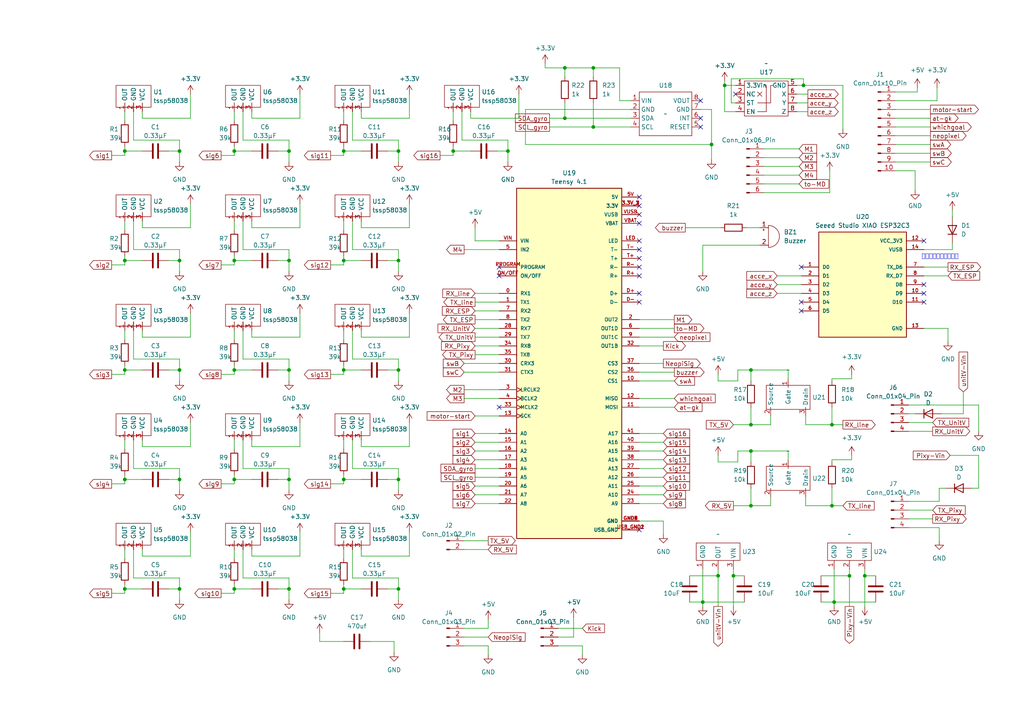
<source format=kicad_sch>
(kicad_sch (version 20230121) (generator eeschema)
  (paper "A4")
  (lib_symbols
    (symbol "Connector:Conn_01x02_Pin" (pin_names (offset 1.016) hide)
      (property "Reference" "J" (at 0 2.54 0))
      (property "Value" "Conn_01x02_Pin" (at 0 -5.08 0))
      (symbol "Conn_01x02_Pin_1_1"
        (pin passive line (at 5.08 0 180) (length 3.81) (name "Pin_1") (number "1"))
        (pin passive line (at 5.08 -2.54 180) (length 3.81) (name "Pin_2") (number "2"))
      )
    )
    (symbol "Connector:Conn_01x03_Pin" (pin_names (offset 1.016) hide)
      (property "Reference" "J" (at 0 5.08 0))
      (property "Value" "Conn_01x03_Pin" (at 0 -5.08 0))
      (symbol "Conn_01x03_Pin_1_1"
        (pin passive line (at 5.08 2.54 180) (length 3.81) (name "Pin_1") (number "1"))
        (pin passive line (at 5.08 0 180) (length 3.81) (name "Pin_2") (number "2"))
        (pin passive line (at 5.08 -2.54 180) (length 3.81) (name "Pin_3") (number "3"))
      )
    )
    (symbol "Connector:Conn_01x04_Pin" (pin_names (offset 1.016) hide)
      (property "Reference" "J" (at 0 5.08 0))
      (property "Value" "Conn_01x04_Pin" (at 0 -7.62 0))
      (symbol "Conn_01x04_Pin_1_1"
        (pin passive line (at 5.08 2.54 180) (length 3.81) (name "Pin_1") (number "1"))
        (pin passive line (at 5.08 0 180) (length 3.81) (name "Pin_2") (number "2"))
        (pin passive line (at 5.08 -2.54 180) (length 3.81) (name "Pin_3") (number "3"))
        (pin passive line (at 5.08 -5.08 180) (length 3.81) (name "Pin_4") (number "4"))
      )
    )
    (symbol "Connector:Conn_01x06_Pin" (pin_names (offset 1.016) hide)
      (property "Reference" "J" (at 0 7.62 0))
      (property "Value" "Conn_01x06_Pin" (at 0 -10.16 0))
      (symbol "Conn_01x06_Pin_1_1"
        (pin passive line (at 5.08 5.08 180) (length 3.81) (name "Pin_1") (number "1"))
        (pin passive line (at 5.08 2.54 180) (length 3.81) (name "Pin_2") (number "2"))
        (pin passive line (at 5.08 0 180) (length 3.81) (name "Pin_3") (number "3"))
        (pin passive line (at 5.08 -2.54 180) (length 3.81) (name "Pin_4") (number "4"))
        (pin passive line (at 5.08 -5.08 180) (length 3.81) (name "Pin_5") (number "5"))
        (pin passive line (at 5.08 -7.62 180) (length 3.81) (name "Pin_6") (number "6"))
      )
    )
    (symbol "Connector:Conn_01x10_Pin" (pin_names (offset 1.016) hide)
      (property "Reference" "J" (at 0 12.7 0))
      (property "Value" "Conn_01x10_Pin" (at 0 -15.24 0))
      (symbol "Conn_01x10_Pin_1_1"
        (pin passive line (at 5.08 10.16 180) (length 3.81) (name "Pin_1") (number "1"))
        (pin passive line (at 5.08 -12.7 180) (length 3.81) (name "Pin_10") (number "10"))
        (pin passive line (at 5.08 7.62 180) (length 3.81) (name "Pin_2") (number "2"))
        (pin passive line (at 5.08 5.08 180) (length 3.81) (name "Pin_3") (number "3"))
        (pin passive line (at 5.08 2.54 180) (length 3.81) (name "Pin_4") (number "4"))
        (pin passive line (at 5.08 0 180) (length 3.81) (name "Pin_5") (number "5"))
        (pin passive line (at 5.08 -2.54 180) (length 3.81) (name "Pin_6") (number "6"))
        (pin passive line (at 5.08 -5.08 180) (length 3.81) (name "Pin_7") (number "7"))
        (pin passive line (at 5.08 -7.62 180) (length 3.81) (name "Pin_8") (number "8"))
        (pin passive line (at 5.08 -10.16 180) (length 3.81) (name "Pin_9") (number "9"))
      )
    )
    (symbol "Device:Buzzer" (pin_names (offset 0.0254) hide)
      (property "Reference" "BZ" (at 3.81 1.27 0))
      (property "Value" "Buzzer" (at 3.81 -1.27 0))
      (symbol "Buzzer_1_1"
        (pin passive line (at -2.54 2.54 0) (length 2.54) (name "-") (number "1"))
        (pin passive line (at -2.54 -2.54 0) (length 2.54) (name "+") (number "2"))
      )
    )
    (symbol "Device:C" (pin_numbers hide) (pin_names (offset 0.254))
      (property "Reference" "C" (at 0.635 2.54 0))
      (property "Value" "C" (at 0.635 -2.54 0))
      (symbol "C_1_1"
        (pin passive line (at 0 3.81 270) (length 2.794) (name "~") (number "1"))
        (pin passive line (at 0 -3.81 90) (length 2.794) (name "~") (number "2"))
      )
    )
    (symbol "Device:D" (pin_numbers hide) (pin_names (offset 1.016) hide)
      (property "Reference" "D" (at 0 2.54 0))
      (property "Value" "D" (at 0 -2.54 0))
      (symbol "D_1_1"
        (pin passive line (at -3.81 0 0) (length 2.54) (name "K") (number "1"))
        (pin passive line (at 3.81 0 180) (length 2.54) (name "A") (number "2"))
      )
    )
    (symbol "Device:R" (pin_numbers hide) (pin_names (offset 0))
      (property "Reference" "R" (at 2.032 0 90))
      (property "Value" "R" (at 0 0 90))
      (symbol "R_1_1"
        (pin passive line (at 0 3.81 270) (length 1.27) (name "~") (number "1"))
        (pin passive line (at 0 -3.81 90) (length 1.27) (name "~") (number "2"))
      )
    )
    (symbol "power:+3.3V" (power) (pin_names (offset 0))
      (property "Value" "+3.3V" (at 0 3.556 0))
      (symbol "+3.3V_1_1"
        (pin power_in line (at 0 0 90) (length 0) hide (name "+3.3V") (number "1"))
      )
    )
    (symbol "power:+5V" (power) (pin_names (offset 0))
      (property "Value" "+5V" (at 0 3.556 0))
      (symbol "+5V_1_1"
        (pin power_in line (at 0 0 90) (length 0) hide (name "+5V") (number "1"))
      )
    )
    (symbol "power:GND" (power) (pin_names (offset 0))
      (property "Value" "GND" (at 0 -3.81 0))
      (symbol "GND_1_1"
        (pin power_in line (at 0 0 270) (length 0) hide (name "GND") (number "1"))
      )
    )
    (symbol "sunpare2023:AE-BN0055-B0"
      (property "Reference" "U" (at 0 7.62 0))
      (symbol "AE-BN0055-B0_1_1"
        (pin passive line (at -10.16 3.81 0) (length 2.54) (name "VIN") (number "1"))
        (pin passive line (at -10.16 1.27 0) (length 2.54) (name "GND") (number "2"))
        (pin passive line (at -10.16 -1.27 0) (length 2.54) (name "SDA") (number "3"))
        (pin passive line (at -10.16 -3.81 0) (length 2.54) (name "SCL") (number "4"))
        (pin passive line (at 10.16 -3.81 180) (length 2.54) (name "RESET") (number "5"))
        (pin passive line (at 10.16 -1.27 180) (length 2.54) (name "INT") (number "6"))
        (pin passive line (at 10.16 1.27 180) (length 2.54) (name "GND") (number "7"))
        (pin passive line (at 10.16 3.81 180) (length 2.54) (name "VOUT") (number "8"))
      )
    )
    (symbol "sunpare2023:BSS138"
      (property "Reference" "U" (at 0 2.54 0))
      (symbol "BSS138_1_1"
        (pin passive line (at 0 0 270) (length 2.54) (name "Gate") (number "1"))
        (pin passive line (at -5.08 -10.795 90) (length 2.54) (name "Source") (number "2"))
        (pin passive line (at 5.08 -10.795 90) (length 2.54) (name "Drain") (number "3"))
      )
    )
    (symbol "sunpare2023:KXTC9-2050"
      (property "Reference" "U" (at 0 1.905 0))
      (symbol "KXTC9-2050_1_1"
        (pin passive line (at -8.89 -1.27 0) (length 2.54) (name "3.3Vin") (number "1"))
        (pin passive line (at -8.89 -3.81 0) (length 2.54) (name "NC") (number "2"))
        (pin passive line (at -8.89 -6.35 0) (length 2.54) (name "ST") (number "3"))
        (pin passive line (at -8.89 -8.89 0) (length 2.54) (name "EN") (number "4"))
        (pin passive line (at 8.89 -1.27 180) (length 2.54) (name "GND") (number "5"))
        (pin passive line (at 8.89 -3.81 180) (length 2.54) (name "X") (number "6"))
        (pin passive line (at 8.89 -6.35 180) (length 2.54) (name "Y") (number "7"))
        (pin passive line (at 8.89 -8.89 180) (length 2.54) (name "Z") (number "8"))
      )
    )
    (symbol "sunpare2023:Seeed Studio XIAO ESP32C3" (pin_names (offset 1.016))
      (property "Reference" "U" (at -12.7 16.002 0))
      (property "Value" "Seeed Studio XIAO ESP32C3" (at -12.7 -17.78 0))
      (symbol "Seeed Studio XIAO ESP32C3_0_0"
        (pin bidirectional line (at -17.78 5.08 0) (length 5.08) (name "D0") (number "1"))
        (pin bidirectional line (at 17.78 -2.54 180) (length 5.08) (name "D9") (number "10"))
        (pin bidirectional line (at 17.78 -5.08 180) (length 5.08) (name "D10") (number "11"))
        (pin power_in line (at 17.78 12.7 180) (length 5.08) (name "VCC_3V3") (number "12"))
        (pin power_in line (at 17.78 -12.7 180) (length 5.08) (name "GND") (number "13"))
        (pin power_in line (at 17.78 10.16 180) (length 5.08) (name "VUSB") (number "14"))
        (pin bidirectional line (at -17.78 2.54 0) (length 5.08) (name "D1") (number "2"))
        (pin bidirectional line (at -17.78 0 0) (length 5.08) (name "D2") (number "3"))
        (pin bidirectional line (at -17.78 -2.54 0) (length 5.08) (name "D3") (number "4"))
        (pin bidirectional line (at -17.78 -5.08 0) (length 5.08) (name "D4") (number "5"))
        (pin bidirectional line (at -17.78 -7.62 0) (length 5.08) (name "D5") (number "6"))
        (pin bidirectional line (at 17.78 5.08 180) (length 5.08) (name "TX_D6") (number "7"))
        (pin bidirectional line (at 17.78 2.54 180) (length 5.08) (name "RX_D7") (number "8"))
        (pin bidirectional line (at 17.78 0 180) (length 5.08) (name "D8") (number "9"))
      )
    )
    (symbol "sunpare2023:TPS1117LV33S"
      (property "Reference" "U" (at 0 4.445 0))
      (symbol "TPS1117LV33S_1_1"
        (pin passive line (at -4.445 -4.445 90) (length 2.54) (name "GND") (number "1"))
        (pin passive line (at 0 -4.445 90) (length 2.54) (name "OUT") (number "2"))
        (pin passive line (at 4.445 -4.445 90) (length 2.54) (name "VIN") (number "3"))
      )
    )
    (symbol "sunpare2023:Teensy 4.1" (pin_names (offset 1.016))
      (property "Reference" "U" (at -15.24 52.07 0))
      (property "Value" "Teensy 4.1" (at -15.24 -53.34 0))
      (symbol "Teensy 4.1_0_0"
        (pin bidirectional line (at -20.32 20.32 0) (length 5.08) (name "RX1") (number "0"))
        (pin bidirectional line (at -20.32 17.78 0) (length 5.08) (name "TX1") (number "1"))
        (pin bidirectional line (at 20.32 -5.08 180) (length 5.08) (name "CS1") (number "10"))
        (pin bidirectional line (at 20.32 -12.7 180) (length 5.08) (name "MOSI") (number "11"))
        (pin bidirectional line (at 20.32 -10.16 180) (length 5.08) (name "MISO") (number "12"))
        (pin bidirectional clock (at -20.32 -15.24 0) (length 5.08) (name "SCK") (number "13"))
        (pin bidirectional line (at -20.32 -20.32 0) (length 5.08) (name "A0") (number "14"))
        (pin bidirectional line (at -20.32 -22.86 0) (length 5.08) (name "A1") (number "15"))
        (pin bidirectional line (at -20.32 -25.4 0) (length 5.08) (name "A2") (number "16"))
        (pin bidirectional line (at -20.32 -27.94 0) (length 5.08) (name "A3") (number "17"))
        (pin bidirectional line (at -20.32 -30.48 0) (length 5.08) (name "A4") (number "18"))
        (pin bidirectional line (at -20.32 -33.02 0) (length 5.08) (name "A5") (number "19"))
        (pin output line (at 20.32 12.7 180) (length 5.08) (name "OUT2") (number "2"))
        (pin bidirectional line (at -20.32 -35.56 0) (length 5.08) (name "A6") (number "20"))
        (pin bidirectional line (at -20.32 -38.1 0) (length 5.08) (name "A7") (number "21"))
        (pin bidirectional line (at -20.32 -40.64 0) (length 5.08) (name "A8") (number "22"))
        (pin bidirectional line (at 20.32 -40.64 180) (length 5.08) (name "A9") (number "23"))
        (pin bidirectional line (at 20.32 -38.1 180) (length 5.08) (name "A10") (number "24"))
        (pin bidirectional line (at 20.32 -35.56 180) (length 5.08) (name "A11") (number "25"))
        (pin bidirectional line (at 20.32 -33.02 180) (length 5.08) (name "A12") (number "26"))
        (pin bidirectional line (at 20.32 -30.48 180) (length 5.08) (name "A13") (number "27"))
        (pin bidirectional line (at -20.32 10.16 0) (length 5.08) (name "RX7") (number "28"))
        (pin bidirectional line (at -20.32 7.62 0) (length 5.08) (name "TX7") (number "29"))
        (pin bidirectional clock (at -20.32 -7.62 0) (length 5.08) (name "LRCLK2") (number "3"))
        (pin power_in line (at 20.32 45.72 180) (length 5.08) (name "3.3V") (number "3.3V_1"))
        (pin power_in line (at 20.32 45.72 180) (length 5.08) (name "3.3V") (number "3.3V_2"))
        (pin power_in line (at 20.32 45.72 180) (length 5.08) (name "3.3V") (number "3.3V_3"))
        (pin bidirectional line (at -20.32 0 0) (length 5.08) (name "CRX3") (number "30"))
        (pin bidirectional line (at -20.32 -2.54 0) (length 5.08) (name "CTX3") (number "31"))
        (pin output line (at 20.32 5.08 180) (length 5.08) (name "OUT1B") (number "32"))
        (pin bidirectional clock (at -20.32 -12.7 0) (length 5.08) (name "MCLK2") (number "33"))
        (pin bidirectional line (at -20.32 5.08 0) (length 5.08) (name "RX8") (number "34"))
        (pin bidirectional line (at -20.32 2.54 0) (length 5.08) (name "TX8") (number "35"))
        (pin bidirectional line (at 20.32 -2.54 180) (length 5.08) (name "CS2") (number "36"))
        (pin bidirectional line (at 20.32 0 180) (length 5.08) (name "CS3") (number "37"))
        (pin bidirectional line (at 20.32 -27.94 180) (length 5.08) (name "A14") (number "38"))
        (pin bidirectional line (at 20.32 -25.4 180) (length 5.08) (name "A15") (number "39"))
        (pin bidirectional clock (at -20.32 -10.16 0) (length 5.08) (name "BCLK2") (number "4"))
        (pin bidirectional line (at 20.32 -22.86 180) (length 5.08) (name "A16") (number "40"))
        (pin bidirectional line (at 20.32 -20.32 180) (length 5.08) (name "A17") (number "41"))
        (pin bidirectional line (at -20.32 33.02 0) (length 5.08) (name "IN2") (number "5"))
        (pin power_in line (at 20.32 48.26 180) (length 5.08) (name "5V") (number "5V"))
        (pin output line (at 20.32 10.16 180) (length 5.08) (name "OUT1D") (number "6"))
        (pin bidirectional line (at -20.32 15.24 0) (length 5.08) (name "RX2") (number "7"))
        (pin bidirectional line (at -20.32 12.7 0) (length 5.08) (name "TX2") (number "8"))
        (pin output line (at 20.32 7.62 180) (length 5.08) (name "OUT1C") (number "9"))
        (pin bidirectional line (at 20.32 20.32 180) (length 5.08) (name "D+") (number "D+"))
        (pin bidirectional line (at 20.32 17.78 180) (length 5.08) (name "D-") (number "D-"))
        (pin power_in line (at 20.32 -45.72 180) (length 5.08) (name "GND") (number "GND1"))
        (pin power_in line (at 20.32 -45.72 180) (length 5.08) (name "GND") (number "GND2"))
        (pin power_in line (at 20.32 -45.72 180) (length 5.08) (name "GND") (number "GND3"))
        (pin power_in line (at 20.32 -45.72 180) (length 5.08) (name "GND") (number "GND4"))
        (pin power_in line (at 20.32 -45.72 180) (length 5.08) (name "GND") (number "GND5"))
        (pin bidirectional line (at 20.32 35.56 180) (length 5.08) (name "LED") (number "LED"))
        (pin bidirectional line (at -20.32 25.4 0) (length 5.08) (name "ON/OFF") (number "ON/OFF"))
        (pin bidirectional line (at -20.32 27.94 0) (length 5.08) (name "PROGRAM") (number "PROGRAM"))
        (pin bidirectional line (at 20.32 25.4 180) (length 5.08) (name "R+") (number "R+"))
        (pin bidirectional line (at 20.32 27.94 180) (length 5.08) (name "R-") (number "R-"))
        (pin bidirectional line (at 20.32 30.48 180) (length 5.08) (name "T+") (number "T+"))
        (pin bidirectional line (at 20.32 33.02 180) (length 5.08) (name "T-") (number "T-"))
        (pin power_in line (at 20.32 -48.26 180) (length 5.08) (name "USB_GND") (number "USB_GND1"))
        (pin power_in line (at 20.32 -48.26 180) (length 5.08) (name "USB_GND") (number "USB_GND2"))
        (pin passive line (at 20.32 40.64 180) (length 5.08) (name "VBAT") (number "VBAT"))
        (pin input line (at -20.32 35.56 0) (length 5.08) (name "VIN") (number "VIN"))
        (pin passive line (at 20.32 43.18 180) (length 5.08) (name "VUSB") (number "VUSB"))
      )
    )
    (symbol "sunpare2023:tssp58038"
      (property "Reference" "U" (at 0 3.175 0))
      (property "Value" "tssp58038" (at 0 1.27 0))
      (symbol "tssp58038_1_1"
        (pin passive line (at -2.54 -7.62 90) (length 2.54) (name "OUT") (number "1"))
        (pin passive line (at 0 -7.62 90) (length 2.54) (name "GND") (number "2"))
        (pin passive line (at 2.54 -7.62 90) (length 2.54) (name "VCC") (number "3"))
      )
    )
  )
  (junction (at 163.83 19.685))
  (junction (at 241.3 146.685))
  (junction (at 172.085 19.685))
  (junction (at 83.82 170.815))
  (junction (at 83.82 139.065))
  (junction (at 210.185 24.765))
  (junction (at 241.3 123.19))
  (junction (at 246.38 167.005))
  (junction (at 52.07 107.315))
  (junction (at 217.805 146.685))
  (junction (at 67.945 43.815))
  (junction (at 250.825 167.005))
  (junction (at 52.07 170.815))
  (junction (at 212.725 167.005))
  (junction (at 83.82 107.315))
  (junction (at 67.945 75.565))
  (junction (at 115.57 139.065))
  (junction (at 67.945 139.065))
  (junction (at 99.695 107.315))
  (junction (at 67.945 170.815))
  (junction (at 67.945 107.315))
  (junction (at 52.07 43.815))
  (junction (at 163.83 34.29))
  (junction (at 99.695 139.065))
  (junction (at 36.195 43.815))
  (junction (at 115.57 75.565))
  (junction (at 99.695 75.565))
  (junction (at 172.085 36.83))
  (junction (at 131.445 43.815))
  (junction (at 208.28 167.005))
  (junction (at 217.805 107.315))
  (junction (at 52.07 139.065))
  (junction (at 203.835 174.625))
  (junction (at 36.195 139.065))
  (junction (at 83.82 75.565))
  (junction (at 99.695 43.815))
  (junction (at 36.195 75.565))
  (junction (at 241.935 174.625))
  (junction (at 115.57 43.815))
  (junction (at 36.195 107.315))
  (junction (at 206.375 41.91))
  (junction (at 115.57 107.315))
  (junction (at 217.805 130.81))
  (junction (at 52.07 75.565))
  (junction (at 36.195 170.815))
  (junction (at 233.045 24.765))
  (junction (at 217.805 123.19))
  (junction (at 83.82 43.815))
  (junction (at 99.695 170.815))
  (junction (at 115.57 170.815))
  (junction (at 147.32 43.815))
  (no_connect (at 185.42 80.01))
  (no_connect (at 144.78 80.01))
  (no_connect (at 203.2 36.83))
  (no_connect (at 185.42 59.69))
  (no_connect (at 267.97 87.63))
  (no_connect (at 203.2 34.29))
  (no_connect (at 232.41 90.17))
  (no_connect (at 185.42 57.15))
  (no_connect (at 185.42 72.39))
  (no_connect (at 213.36 27.305))
  (no_connect (at 267.97 69.85))
  (no_connect (at 185.42 64.77))
  (no_connect (at 267.97 85.09))
  (no_connect (at 232.41 77.47))
  (no_connect (at 185.42 85.09))
  (no_connect (at 185.42 87.63))
  (no_connect (at 144.78 118.11))
  (no_connect (at 185.42 74.93))
  (no_connect (at 185.42 62.23))
  (no_connect (at 185.42 69.85))
  (no_connect (at 185.42 153.67))
  (no_connect (at 185.42 77.47))
  (no_connect (at 232.41 87.63))
  (no_connect (at 203.2 29.21))
  (no_connect (at 144.78 77.47))
  (no_connect (at 267.97 82.55))
  (wire (pts (xy 36.195 43.815) (xy 41.275 43.815)))
  (wire (pts (xy 137.795 130.81) (xy 144.78 130.81)))
  (wire (pts (xy 137.795 66.04) (xy 137.795 69.85)))
  (wire (pts (xy 70.485 40.64) (xy 83.82 40.64)))
  (wire (pts (xy 64.135 76.835) (xy 67.945 76.835)))
  (wire (pts (xy 137.795 95.25) (xy 144.78 95.25)))
  (wire (pts (xy 137.795 69.85) (xy 144.78 69.85)))
  (wire (pts (xy 115.57 43.815) (xy 115.57 46.99)))
  (wire (pts (xy 73.025 161.29) (xy 86.995 161.29)))
  (wire (pts (xy 38.735 127.635) (xy 38.735 135.89)))
  (wire (pts (xy 36.195 159.385) (xy 36.195 161.925)))
  (wire (pts (xy 52.07 72.39) (xy 52.07 75.565)))
  (wire (pts (xy 270.51 125.095) (xy 263.525 125.095)))
  (wire (pts (xy 115.57 170.815) (xy 115.57 173.99)))
  (wire (pts (xy 102.235 104.14) (xy 115.57 104.14)))
  (wire (pts (xy 38.735 135.89) (xy 52.07 135.89)))
  (wire (pts (xy 228.6 130.81) (xy 217.805 130.81)))
  (wire (pts (xy 99.695 127.635) (xy 99.695 130.175)))
  (wire (pts (xy 238.125 167.005) (xy 246.38 167.005)))
  (wire (pts (xy 41.275 129.54) (xy 55.245 129.54)))
  (wire (pts (xy 192.405 143.51) (xy 185.42 143.51)))
  (wire (pts (xy 259.715 46.99) (xy 269.875 46.99)))
  (wire (pts (xy 112.395 107.315) (xy 115.57 107.315)))
  (wire (pts (xy 263.525 153.035) (xy 272.415 153.035)))
  (wire (pts (xy 115.57 104.14) (xy 115.57 107.315)))
  (wire (pts (xy 136.525 34.29) (xy 150.495 34.29)))
  (wire (pts (xy 172.085 19.685) (xy 179.705 19.685)))
  (wire (pts (xy 99.695 43.815) (xy 104.775 43.815)))
  (wire (pts (xy 86.995 66.04) (xy 86.995 59.055)))
  (wire (pts (xy 212.09 29.845) (xy 212.09 22.86)))
  (wire (pts (xy 52.07 43.815) (xy 52.07 46.99)))
  (wire (pts (xy 259.715 41.91) (xy 269.875 41.91)))
  (wire (pts (xy 147.32 40.64) (xy 147.32 43.815)))
  (wire (pts (xy 208.28 133.985) (xy 213.995 133.985)))
  (wire (pts (xy 127.635 45.085) (xy 131.445 45.085)))
  (wire (pts (xy 52.07 104.14) (xy 52.07 107.315)))
  (wire (pts (xy 99.695 107.315) (xy 99.695 108.585)))
  (wire (pts (xy 221.615 48.26) (xy 231.775 48.26)))
  (wire (pts (xy 115.57 75.565) (xy 115.57 78.74)))
  (wire (pts (xy 136.525 32.385) (xy 136.525 34.29)))
  (wire (pts (xy 250.825 167.005) (xy 250.825 175.895)))
  (wire (pts (xy 52.07 40.64) (xy 52.07 43.815)))
  (wire (pts (xy 192.405 138.43) (xy 185.42 138.43)))
  (wire (pts (xy 203.835 165.1) (xy 203.835 174.625)))
  (wire (pts (xy 137.795 97.79) (xy 144.78 97.79)))
  (wire (pts (xy 259.715 26.67) (xy 266.065 26.67)))
  (wire (pts (xy 99.695 74.295) (xy 99.695 75.565)))
  (wire (pts (xy 115.57 167.64) (xy 115.57 170.815)))
  (wire (pts (xy 137.795 125.73) (xy 144.78 125.73)))
  (wire (pts (xy 36.195 64.135) (xy 36.195 66.675)))
  (wire (pts (xy 161.925 182.245) (xy 168.91 182.245)))
  (wire (pts (xy 233.68 123.19) (xy 241.3 123.19)))
  (wire (pts (xy 217.805 118.11) (xy 217.805 123.19)))
  (wire (pts (xy 221.615 55.88) (xy 240.665 55.88)))
  (wire (pts (xy 241.3 141.605) (xy 241.3 146.685)))
  (wire (pts (xy 70.485 127.635) (xy 70.485 135.89)))
  (wire (pts (xy 259.715 31.75) (xy 269.875 31.75)))
  (wire (pts (xy 131.445 43.815) (xy 131.445 45.085)))
  (wire (pts (xy 159.385 34.29) (xy 163.83 34.29)))
  (wire (pts (xy 213.995 107.315) (xy 217.805 107.315)))
  (wire (pts (xy 212.09 22.86) (xy 233.045 22.86)))
  (wire (pts (xy 144.78 105.41) (xy 134.62 105.41)))
  (wire (pts (xy 38.735 32.385) (xy 38.735 40.64)))
  (wire (pts (xy 38.735 159.385) (xy 38.735 167.64)))
  (wire (pts (xy 36.195 169.545) (xy 36.195 170.815)))
  (wire (pts (xy 241.3 109.855) (xy 241.3 110.49)))
  (wire (pts (xy 185.42 115.57) (xy 195.58 115.57)))
  (wire (pts (xy 200.025 167.005) (xy 208.28 167.005)))
  (wire (pts (xy 115.57 40.64) (xy 115.57 43.815)))
  (wire (pts (xy 36.195 170.815) (xy 41.275 170.815)))
  (wire (pts (xy 41.275 66.04) (xy 55.245 66.04)))
  (wire (pts (xy 163.83 29.845) (xy 163.83 34.29)))
  (wire (pts (xy 141.605 187.325) (xy 141.605 189.865)))
  (wire (pts (xy 80.645 170.815) (xy 83.82 170.815)))
  (wire (pts (xy 206.375 41.91) (xy 206.375 46.355)))
  (wire (pts (xy 206.375 31.75) (xy 206.375 41.91)))
  (wire (pts (xy 102.235 32.385) (xy 102.235 40.64)))
  (wire (pts (xy 192.405 105.41) (xy 185.42 105.41)))
  (wire (pts (xy 104.775 97.79) (xy 118.745 97.79)))
  (wire (pts (xy 276.225 70.485) (xy 276.225 72.39)))
  (wire (pts (xy 112.395 170.815) (xy 115.57 170.815)))
  (wire (pts (xy 141.605 187.325) (xy 134.62 187.325)))
  (wire (pts (xy 223.52 146.685) (xy 223.52 144.145)))
  (wire (pts (xy 208.28 108.585) (xy 208.28 110.49)))
  (wire (pts (xy 244.475 37.465) (xy 244.475 24.765)))
  (wire (pts (xy 95.885 45.085) (xy 99.695 45.085)))
  (wire (pts (xy 104.775 127.635) (xy 104.775 129.54)))
  (wire (pts (xy 104.775 34.29) (xy 118.745 34.29)))
  (wire (pts (xy 212.725 167.005) (xy 215.9 167.005)))
  (wire (pts (xy 144.78 72.39) (xy 134.62 72.39)))
  (wire (pts (xy 67.945 139.065) (xy 73.025 139.065)))
  (wire (pts (xy 99.695 159.385) (xy 99.695 161.925)))
  (wire (pts (xy 86.995 129.54) (xy 86.995 122.555)))
  (wire (pts (xy 203.835 71.12) (xy 203.835 78.74)))
  (wire (pts (xy 141.605 182.245) (xy 134.62 182.245)))
  (wire (pts (xy 67.945 107.315) (xy 73.025 107.315)))
  (wire (pts (xy 265.43 49.53) (xy 265.43 55.245)))
  (wire (pts (xy 99.695 139.065) (xy 104.775 139.065)))
  (wire (pts (xy 67.945 75.565) (xy 67.945 76.835)))
  (wire (pts (xy 208.915 66.04) (xy 198.755 66.04)))
  (wire (pts (xy 144.145 43.815) (xy 147.32 43.815)))
  (wire (pts (xy 36.195 75.565) (xy 36.195 76.835)))
  (wire (pts (xy 36.195 139.065) (xy 41.275 139.065)))
  (wire (pts (xy 259.715 39.37) (xy 269.875 39.37)))
  (wire (pts (xy 83.82 139.065) (xy 83.82 142.24)))
  (wire (pts (xy 212.725 165.1) (xy 212.725 167.005)))
  (wire (pts (xy 55.245 129.54) (xy 55.245 122.555)))
  (wire (pts (xy 241.3 118.11) (xy 241.3 123.19)))
  (wire (pts (xy 114.3 186.055) (xy 114.3 189.23)))
  (wire (pts (xy 99.695 170.815) (xy 104.775 170.815)))
  (wire (pts (xy 102.235 72.39) (xy 115.57 72.39)))
  (wire (pts (xy 67.945 43.815) (xy 67.945 45.085)))
  (wire (pts (xy 114.3 186.055) (xy 107.315 186.055)))
  (wire (pts (xy 99.695 42.545) (xy 99.695 43.815)))
  (wire (pts (xy 158.115 19.685) (xy 163.83 19.685)))
  (wire (pts (xy 41.275 64.135) (xy 41.275 66.04)))
  (wire (pts (xy 95.885 172.085) (xy 99.695 172.085)))
  (wire (pts (xy 192.405 146.05) (xy 185.42 146.05)))
  (wire (pts (xy 41.275 95.885) (xy 41.275 97.79)))
  (wire (pts (xy 70.485 32.385) (xy 70.485 40.64)))
  (wire (pts (xy 210.185 32.385) (xy 210.185 24.765)))
  (wire (pts (xy 36.195 106.045) (xy 36.195 107.315)))
  (wire (pts (xy 52.07 170.815) (xy 52.07 173.99)))
  (wire (pts (xy 246.38 165.1) (xy 246.38 167.005)))
  (wire (pts (xy 241.3 133.35) (xy 247.015 133.35)))
  (wire (pts (xy 32.385 108.585) (xy 36.195 108.585)))
  (wire (pts (xy 272.415 156.845) (xy 272.415 153.035)))
  (wire (pts (xy 52.07 75.565) (xy 52.07 78.74)))
  (wire (pts (xy 166.37 179.07) (xy 166.37 184.785)))
  (wire (pts (xy 266.065 25.4) (xy 266.065 26.67)))
  (wire (pts (xy 241.3 133.35) (xy 241.3 133.985)))
  (wire (pts (xy 64.135 172.085) (xy 67.945 172.085)))
  (wire (pts (xy 241.3 123.19) (xy 244.475 123.19)))
  (wire (pts (xy 238.125 174.625) (xy 241.935 174.625)))
  (wire (pts (xy 67.945 95.885) (xy 67.945 98.425)))
  (wire (pts (xy 67.945 137.795) (xy 67.945 139.065)))
  (wire (pts (xy 203.2 31.75) (xy 206.375 31.75)))
  (wire (pts (xy 234.315 32.385) (xy 231.14 32.385)))
  (wire (pts (xy 241.935 165.1) (xy 241.935 174.625)))
  (wire (pts (xy 216.535 66.04) (xy 220.345 66.04)))
  (wire (pts (xy 270.51 150.495) (xy 263.525 150.495)))
  (wire (pts (xy 64.135 45.085) (xy 67.945 45.085)))
  (wire (pts (xy 163.83 19.685) (xy 163.83 22.225)))
  (wire (pts (xy 67.945 75.565) (xy 73.025 75.565)))
  (wire (pts (xy 259.715 49.53) (xy 265.43 49.53)))
  (wire (pts (xy 137.795 102.87) (xy 144.78 102.87)))
  (wire (pts (xy 244.475 24.765) (xy 233.045 24.765)))
  (wire (pts (xy 281.94 141.605) (xy 283.845 141.605)))
  (wire (pts (xy 172.085 19.685) (xy 172.085 22.225)))
  (wire (pts (xy 99.695 43.815) (xy 99.695 45.085)))
  (wire (pts (xy 73.025 34.29) (xy 86.995 34.29)))
  (wire (pts (xy 41.275 34.29) (xy 55.245 34.29)))
  (wire (pts (xy 38.735 40.64) (xy 52.07 40.64)))
  (wire (pts (xy 99.695 137.795) (xy 99.695 139.065)))
  (wire (pts (xy 179.705 19.685) (xy 179.705 29.21)))
  (wire (pts (xy 163.83 34.29) (xy 182.88 34.29)))
  (wire (pts (xy 241.935 174.625) (xy 254 174.625)))
  (wire (pts (xy 182.88 31.75) (xy 152.4 31.75)))
  (wire (pts (xy 80.645 75.565) (xy 83.82 75.565)))
  (wire (pts (xy 179.705 29.21) (xy 182.88 29.21)))
  (wire (pts (xy 172.085 36.83) (xy 182.88 36.83)))
  (wire (pts (xy 137.795 100.33) (xy 144.78 100.33)))
  (wire (pts (xy 104.775 159.385) (xy 104.775 161.29)))
  (wire (pts (xy 67.945 169.545) (xy 67.945 170.815)))
  (wire (pts (xy 48.895 170.815) (xy 52.07 170.815)))
  (wire (pts (xy 221.615 53.34) (xy 231.775 53.34)))
  (wire (pts (xy 99.695 64.135) (xy 99.695 66.675)))
  (wire (pts (xy 241.935 174.625) (xy 241.935 175.895)))
  (wire (pts (xy 192.405 151.13) (xy 185.42 151.13)))
  (wire (pts (xy 192.405 128.27) (xy 185.42 128.27)))
  (wire (pts (xy 112.395 43.815) (xy 115.57 43.815)))
  (wire (pts (xy 208.28 132.08) (xy 208.28 133.985)))
  (wire (pts (xy 233.045 22.86) (xy 233.045 24.765)))
  (wire (pts (xy 83.82 75.565) (xy 83.82 78.74)))
  (wire (pts (xy 272.415 141.605) (xy 272.415 145.415)))
  (wire (pts (xy 80.645 43.815) (xy 83.82 43.815)))
  (wire (pts (xy 99.695 186.055) (xy 92.71 186.055)))
  (wire (pts (xy 131.445 43.815) (xy 136.525 43.815)))
  (wire (pts (xy 166.37 184.785) (xy 161.925 184.785)))
  (wire (pts (xy 67.945 170.815) (xy 73.025 170.815)))
  (wire (pts (xy 86.995 161.29) (xy 86.995 154.305)))
  (wire (pts (xy 150.495 34.29) (xy 150.495 27.305)))
  (wire (pts (xy 274.955 77.47) (xy 267.97 77.47)))
  (wire (pts (xy 213.995 133.985) (xy 213.995 130.81)))
  (wire (pts (xy 38.735 72.39) (xy 52.07 72.39)))
  (wire (pts (xy 70.485 104.14) (xy 83.82 104.14)))
  (wire (pts (xy 83.82 72.39) (xy 83.82 75.565)))
  (wire (pts (xy 52.07 167.64) (xy 52.07 170.815)))
  (wire (pts (xy 73.025 64.135) (xy 73.025 66.04)))
  (wire (pts (xy 52.07 135.89) (xy 52.07 139.065)))
  (wire (pts (xy 133.985 32.385) (xy 133.985 40.64)))
  (wire (pts (xy 73.025 159.385) (xy 73.025 161.29)))
  (wire (pts (xy 221.615 45.72) (xy 231.775 45.72)))
  (wire (pts (xy 217.805 141.605) (xy 217.805 146.685)))
  (wire (pts (xy 259.715 36.83) (xy 269.875 36.83)))
  (wire (pts (xy 210.185 23.495) (xy 210.185 24.765)))
  (wire (pts (xy 83.82 107.315) (xy 83.82 110.49)))
  (wire (pts (xy 212.725 146.685) (xy 217.805 146.685)))
  (wire (pts (xy 80.645 107.315) (xy 83.82 107.315)))
  (wire (pts (xy 137.795 140.97) (xy 144.78 140.97)))
  (wire (pts (xy 115.57 135.89) (xy 115.57 139.065)))
  (wire (pts (xy 185.42 110.49) (xy 195.58 110.49)))
  (wire (pts (xy 141.605 184.785) (xy 134.62 184.785)))
  (wire (pts (xy 192.405 125.73) (xy 185.42 125.73)))
  (wire (pts (xy 213.36 29.845) (xy 212.09 29.845)))
  (wire (pts (xy 240.665 49.53) (xy 240.665 55.88)))
  (wire (pts (xy 234.315 29.845) (xy 231.14 29.845)))
  (wire (pts (xy 83.82 43.815) (xy 83.82 46.99)))
  (wire (pts (xy 55.245 161.29) (xy 55.245 154.305)))
  (wire (pts (xy 228.6 109.855) (xy 228.6 107.315)))
  (wire (pts (xy 112.395 75.565) (xy 115.57 75.565)))
  (wire (pts (xy 274.955 99.06) (xy 274.955 95.25)))
  (wire (pts (xy 276.225 60.96) (xy 276.225 62.865)))
  (wire (pts (xy 70.485 159.385) (xy 70.485 167.64)))
  (wire (pts (xy 36.195 95.885) (xy 36.195 98.425)))
  (wire (pts (xy 115.57 72.39) (xy 115.57 75.565)))
  (wire (pts (xy 144.78 107.95) (xy 134.62 107.95)))
  (wire (pts (xy 86.995 97.79) (xy 86.995 90.805)))
  (wire (pts (xy 41.275 127.635) (xy 41.275 129.54)))
  (wire (pts (xy 271.78 29.21) (xy 271.78 25.4)))
  (wire (pts (xy 115.57 139.065) (xy 115.57 142.24)))
  (wire (pts (xy 134.62 156.845) (xy 141.605 156.845)))
  (wire (pts (xy 221.615 50.8) (xy 231.775 50.8)))
  (wire (pts (xy 73.025 127.635) (xy 73.025 129.54)))
  (wire (pts (xy 73.025 32.385) (xy 73.025 34.29)))
  (wire (pts (xy 36.195 170.815) (xy 36.195 172.085)))
  (wire (pts (xy 36.195 75.565) (xy 41.275 75.565)))
  (wire (pts (xy 159.385 36.83) (xy 172.085 36.83)))
  (wire (pts (xy 137.795 138.43) (xy 144.78 138.43)))
  (wire (pts (xy 80.645 139.065) (xy 83.82 139.065)))
  (wire (pts (xy 263.525 117.475) (xy 283.845 117.475)))
  (wire (pts (xy 102.235 167.64) (xy 115.57 167.64)))
  (wire (pts (xy 83.82 167.64) (xy 83.82 170.815)))
  (wire (pts (xy 99.695 139.065) (xy 99.695 140.335)))
  (wire (pts (xy 152.4 31.75) (xy 152.4 41.91)))
  (wire (pts (xy 137.795 143.51) (xy 144.78 143.51)))
  (wire (pts (xy 38.735 104.14) (xy 52.07 104.14)))
  (wire (pts (xy 104.775 66.04) (xy 118.745 66.04)))
  (wire (pts (xy 192.405 130.81) (xy 185.42 130.81)))
  (wire (pts (xy 70.485 167.64) (xy 83.82 167.64)))
  (wire (pts (xy 99.695 107.315) (xy 104.775 107.315)))
  (wire (pts (xy 70.485 95.885) (xy 70.485 104.14)))
  (wire (pts (xy 64.135 108.585) (xy 67.945 108.585)))
  (wire (pts (xy 247.015 132.08) (xy 247.015 133.35)))
  (wire (pts (xy 70.485 135.89) (xy 83.82 135.89)))
  (wire (pts (xy 210.185 24.765) (xy 213.36 24.765)))
  (wire (pts (xy 67.945 107.315) (xy 67.945 108.585)))
  (wire (pts (xy 212.725 167.005) (xy 212.725 175.895)))
  (wire (pts (xy 279.4 113.665) (xy 279.4 120.015)))
  (wire (pts (xy 83.82 40.64) (xy 83.82 43.815)))
  (wire (pts (xy 220.345 71.12) (xy 203.835 71.12)))
  (wire (pts (xy 144.78 115.57) (xy 134.62 115.57)))
  (wire (pts (xy 134.62 159.385) (xy 141.605 159.385)))
  (wire (pts (xy 104.775 95.885) (xy 104.775 97.79)))
  (wire (pts (xy 102.235 40.64) (xy 115.57 40.64)))
  (wire (pts (xy 118.745 66.04) (xy 118.745 59.055)))
  (wire (pts (xy 55.245 66.04) (xy 55.245 59.055)))
  (wire (pts (xy 99.695 75.565) (xy 104.775 75.565)))
  (wire (pts (xy 131.445 32.385) (xy 131.445 34.925)))
  (wire (pts (xy 67.945 139.065) (xy 67.945 140.335)))
  (wire (pts (xy 102.235 159.385) (xy 102.235 167.64)))
  (wire (pts (xy 225.425 80.01) (xy 232.41 80.01)))
  (wire (pts (xy 67.945 32.385) (xy 67.945 34.925)))
  (wire (pts (xy 55.245 34.29) (xy 55.245 27.305)))
  (wire (pts (xy 48.895 107.315) (xy 52.07 107.315)))
  (wire (pts (xy 36.195 107.315) (xy 41.275 107.315)))
  (wire (pts (xy 217.805 146.685) (xy 223.52 146.685)))
  (wire (pts (xy 118.745 129.54) (xy 118.745 122.555)))
  (wire (pts (xy 118.745 161.29) (xy 118.745 154.305)))
  (wire (pts (xy 67.945 106.045) (xy 67.945 107.315)))
  (wire (pts (xy 102.235 135.89) (xy 115.57 135.89)))
  (wire (pts (xy 203.835 174.625) (xy 215.9 174.625)))
  (wire (pts (xy 137.795 85.09) (xy 144.78 85.09)))
  (wire (pts (xy 67.945 42.545) (xy 67.945 43.815)))
  (wire (pts (xy 233.68 146.685) (xy 241.3 146.685)))
  (wire (pts (xy 131.445 42.545) (xy 131.445 43.815)))
  (wire (pts (xy 41.275 97.79) (xy 55.245 97.79)))
  (wire (pts (xy 73.025 129.54) (xy 86.995 129.54)))
  (wire (pts (xy 48.895 75.565) (xy 52.07 75.565)))
  (wire (pts (xy 168.91 187.325) (xy 161.925 187.325)))
  (wire (pts (xy 283.845 125.095) (xy 283.845 117.475)))
  (wire (pts (xy 185.42 92.71) (xy 195.58 92.71)))
  (wire (pts (xy 168.91 187.325) (xy 168.91 189.865)))
  (wire (pts (xy 73.025 97.79) (xy 86.995 97.79)))
  (wire (pts (xy 104.775 161.29) (xy 118.745 161.29)))
  (wire (pts (xy 95.885 76.835) (xy 99.695 76.835)))
  (wire (pts (xy 41.275 159.385) (xy 41.275 161.29)))
  (wire (pts (xy 41.275 161.29) (xy 55.245 161.29)))
  (wire (pts (xy 104.775 64.135) (xy 104.775 66.04)))
  (wire (pts (xy 104.775 32.385) (xy 104.775 34.29)))
  (wire (pts (xy 137.795 87.63) (xy 144.78 87.63)))
  (wire (pts (xy 233.68 144.145) (xy 233.68 146.685)))
  (wire (pts (xy 86.995 34.29) (xy 86.995 27.305)))
  (wire (pts (xy 32.385 45.085) (xy 36.195 45.085)))
  (wire (pts (xy 217.805 130.81) (xy 217.805 133.985)))
  (wire (pts (xy 36.195 42.545) (xy 36.195 43.815)))
  (wire (pts (xy 172.085 29.845) (xy 172.085 36.83)))
  (wire (pts (xy 32.385 76.835) (xy 36.195 76.835)))
  (wire (pts (xy 83.82 135.89) (xy 83.82 139.065)))
  (wire (pts (xy 250.825 165.1) (xy 250.825 167.005)))
  (wire (pts (xy 64.135 140.335) (xy 67.945 140.335)))
  (wire (pts (xy 213.995 110.49) (xy 213.995 107.315)))
  (wire (pts (xy 185.42 100.33) (xy 192.405 100.33)))
  (wire (pts (xy 259.715 29.21) (xy 271.78 29.21)))
  (wire (pts (xy 185.42 95.25) (xy 195.58 95.25)))
  (wire (pts (xy 99.695 170.815) (xy 99.695 172.085)))
  (wire (pts (xy 152.4 41.91) (xy 206.375 41.91)))
  (wire (pts (xy 70.485 64.135) (xy 70.485 72.39)))
  (wire (pts (xy 217.805 107.315) (xy 217.805 110.49)))
  (wire (pts (xy 200.025 174.625) (xy 203.835 174.625)))
  (wire (pts (xy 185.42 97.79) (xy 195.58 97.79)))
  (wire (pts (xy 104.775 129.54) (xy 118.745 129.54)))
  (wire (pts (xy 36.195 127.635) (xy 36.195 130.175)))
  (wire (pts (xy 137.795 146.05) (xy 144.78 146.05)))
  (wire (pts (xy 158.115 18.415) (xy 158.115 19.685)))
  (wire (pts (xy 137.795 133.35) (xy 144.78 133.35)))
  (wire (pts (xy 234.315 27.305) (xy 231.14 27.305)))
  (wire (pts (xy 223.52 123.19) (xy 223.52 120.65)))
  (wire (pts (xy 274.955 80.01) (xy 267.97 80.01)))
  (wire (pts (xy 263.525 145.415) (xy 272.415 145.415)))
  (wire (pts (xy 137.795 135.89) (xy 144.78 135.89)))
  (wire (pts (xy 137.795 90.17) (xy 144.78 90.17)))
  (wire (pts (xy 36.195 137.795) (xy 36.195 139.065)))
  (wire (pts (xy 137.795 128.27) (xy 144.78 128.27)))
  (wire (pts (xy 38.735 95.885) (xy 38.735 104.14)))
  (wire (pts (xy 67.945 64.135) (xy 67.945 66.675)))
  (wire (pts (xy 163.83 19.685) (xy 172.085 19.685)))
  (wire (pts (xy 217.805 123.19) (xy 223.52 123.19)))
  (wire (pts (xy 247.015 108.585) (xy 247.015 109.855)))
  (wire (pts (xy 228.6 107.315) (xy 217.805 107.315)))
  (wire (pts (xy 41.275 32.385) (xy 41.275 34.29)))
  (wire (pts (xy 185.42 107.95) (xy 195.58 107.95)))
  (wire (pts (xy 208.28 110.49) (xy 213.995 110.49)))
  (wire (pts (xy 99.695 106.045) (xy 99.695 107.315)))
  (wire (pts (xy 208.28 167.005) (xy 208.28 175.895)))
  (wire (pts (xy 259.715 44.45) (xy 269.875 44.45)))
  (wire (pts (xy 233.045 24.765) (xy 231.14 24.765)))
  (wire (pts (xy 67.945 159.385) (xy 67.945 161.925)))
  (wire (pts (xy 32.385 172.085) (xy 36.195 172.085)))
  (wire (pts (xy 241.3 146.685) (xy 244.475 146.685)))
  (wire (pts (xy 102.235 95.885) (xy 102.235 104.14)))
  (wire (pts (xy 36.195 32.385) (xy 36.195 34.925)))
  (wire (pts (xy 272.415 141.605) (xy 274.32 141.605)))
  (wire (pts (xy 185.42 118.11) (xy 195.58 118.11)))
  (wire (pts (xy 259.715 34.29) (xy 269.875 34.29)))
  (wire (pts (xy 118.745 34.29) (xy 118.745 27.305)))
  (wire (pts (xy 141.605 179.705) (xy 141.605 182.245)))
  (wire (pts (xy 208.28 165.1) (xy 208.28 167.005)))
  (wire (pts (xy 83.82 104.14) (xy 83.82 107.315)))
  (wire (pts (xy 38.735 64.135) (xy 38.735 72.39)))
  (wire (pts (xy 241.3 109.855) (xy 247.015 109.855)))
  (wire (pts (xy 67.945 127.635) (xy 67.945 130.175)))
  (wire (pts (xy 203.835 174.625) (xy 203.835 175.895)))
  (wire (pts (xy 95.885 140.335) (xy 99.695 140.335)))
  (wire (pts (xy 36.195 74.295) (xy 36.195 75.565)))
  (wire (pts (xy 192.405 154.94) (xy 192.405 151.13)))
  (wire (pts (xy 192.405 135.89) (xy 185.42 135.89)))
  (wire (pts (xy 32.385 140.335) (xy 36.195 140.335)))
  (wire (pts (xy 102.235 127.635) (xy 102.235 135.89)))
  (wire (pts (xy 99.695 169.545) (xy 99.695 170.815)))
  (wire (pts (xy 99.695 95.885) (xy 99.695 98.425)))
  (wire (pts (xy 73.025 66.04) (xy 86.995 66.04)))
  (wire (pts (xy 67.945 74.295) (xy 67.945 75.565)))
  (wire (pts (xy 133.985 40.64) (xy 147.32 40.64)))
  (wire (pts (xy 267.97 72.39) (xy 276.225 72.39)))
  (wire (pts (xy 246.38 167.005) (xy 246.38 175.895)))
  (wire (pts (xy 38.735 167.64) (xy 52.07 167.64)))
  (wire (pts (xy 275.59 132.08) (xy 283.845 132.08)))
  (wire (pts (xy 221.615 43.18) (xy 231.775 43.18)))
  (wire (pts (xy 112.395 139.065) (xy 115.57 139.065)))
  (wire (pts (xy 137.795 120.65) (xy 144.78 120.65)))
  (wire (pts (xy 192.405 140.97) (xy 185.42 140.97)))
  (wire (pts (xy 36.195 43.815) (xy 36.195 45.085)))
  (wire (pts (xy 118.745 97.79) (xy 118.745 90.805)))
  (wire (pts (xy 55.245 97.79) (xy 55.245 90.805)))
  (wire (pts (xy 67.945 43.815) (xy 73.025 43.815)))
  (wire (pts (xy 137.795 92.71) (xy 144.78 92.71)))
  (wire (pts (xy 270.51 147.955) (xy 263.525 147.955)))
  (wire (pts (xy 70.485 72.39) (xy 83.82 72.39)))
  (wire (pts (xy 270.51 122.555) (xy 263.525 122.555)))
  (wire (pts (xy 99.695 75.565) (xy 99.695 76.835)))
  (wire (pts (xy 263.525 120.015) (xy 265.43 120.015)))
  (wire (pts (xy 233.68 120.65) (xy 233.68 123.19)))
  (wire (pts (xy 144.78 113.03) (xy 134.62 113.03)))
  (wire (pts (xy 250.825 167.005) (xy 254 167.005)))
  (wire (pts (xy 213.995 130.81) (xy 217.805 130.81)))
  (wire (pts (xy 92.71 183.515) (xy 92.71 186.055)))
  (wire (pts (xy 52.07 139.065) (xy 52.07 142.24)))
  (wire (pts (xy 225.425 82.55) (xy 232.41 82.55)))
  (wire (pts (xy 274.955 95.25) (xy 267.97 95.25)))
  (wire (pts (xy 102.235 64.135) (xy 102.235 72.39)))
  (wire (pts (xy 283.845 132.08) (xy 283.845 141.605)))
  (wire (pts (xy 67.945 170.815) (xy 67.945 172.085)))
  (wire (pts (xy 52.07 107.315) (xy 52.07 110.49)))
  (wire (pts (xy 36.195 139.065) (xy 36.195 140.335)))
  (wire (pts (xy 99.695 32.385) (xy 99.695 34.925)))
  (wire (pts (xy 213.36 32.385) (xy 210.185 32.385)))
  (wire (pts (xy 36.195 107.315) (xy 36.195 108.585)))
  (wire (pts (xy 48.895 139.065) (xy 52.07 139.065)))
  (wire (pts (xy 48.895 43.815) (xy 52.07 43.815)))
  (wire (pts (xy 83.82 170.815) (xy 83.82 173.99)))
  (wire (pts (xy 73.025 95.885) (xy 73.025 97.79)))
  (wire (pts (xy 95.885 108.585) (xy 99.695 108.585)))
  (wire (pts (xy 212.725 123.19) (xy 217.805 123.19)))
  (wire (pts (xy 273.05 120.015) (xy 279.4 120.015)))
  (wire (pts (xy 225.425 85.09) (xy 232.41 85.09)))
  (wire (pts (xy 147.32 43.815) (xy 147.32 46.99)))
  (wire (pts (xy 228.6 133.35) (xy 228.6 130.81)))
  (wire (pts (xy 115.57 107.315) (xy 115.57 110.49)))
  (wire (pts (xy 192.405 133.35) (xy 185.42 133.35)))
  (text "あえて逆にしています" (at 267.335 75.565 0) (effects (font (size 1.27 1.27)) (justify left bottom)))
  (global_label "sig4" (shape output) (at 32.385 140.335 180) (property "Intersheetrefs" "${INTERSHEET_REFS}" (effects hide)))
  (global_label "TX_5V" (shape input) (at 212.725 123.19 180) (property "Intersheetrefs" "${INTERSHEET_REFS}" (effects hide)))
  (global_label "RX_line" (shape output) (at 244.475 123.19 0) (property "Intersheetrefs" "${INTERSHEET_REFS}" (effects hide)))
  (global_label "sig3" (shape output) (at 32.385 108.585 180) (property "Intersheetrefs" "${INTERSHEET_REFS}" (effects hide)))
  (global_label "to-MD" (shape input) (at 231.775 53.34 0) (property "Intersheetrefs" "${INTERSHEET_REFS}" (effects hide)))
  (global_label "TX_line" (shape input) (at 244.475 146.685 0) (property "Intersheetrefs" "${INTERSHEET_REFS}" (effects hide)))
  (global_label "SCL_gyro" (shape passive) (at 159.385 36.83 180) (property "Intersheetrefs" "${INTERSHEET_REFS}" (effects hide)))
  (global_label "unitV-Vin" (shape input) (at 279.4 113.665 90) (property "Intersheetrefs" "${INTERSHEET_REFS}" (effects hide)))
  (global_label "to-MD" (shape output) (at 195.58 95.25 0) (property "Intersheetrefs" "${INTERSHEET_REFS}" (effects hide)))
  (global_label "M3" (shape output) (at 134.62 115.57 180) (property "Intersheetrefs" "${INTERSHEET_REFS}" (effects hide)))
  (global_label "sig12" (shape input) (at 192.405 135.89 0) (property "Intersheetrefs" "${INTERSHEET_REFS}" (effects hide)))
  (global_label "TX_Pixy" (shape input) (at 270.51 147.955 0) (property "Intersheetrefs" "${INTERSHEET_REFS}" (effects hide)))
  (global_label "TX_UnitV" (shape input) (at 270.51 122.555 0) (property "Intersheetrefs" "${INTERSHEET_REFS}" (effects hide)))
  (global_label "M1" (shape input) (at 231.775 43.18 0) (property "Intersheetrefs" "${INTERSHEET_REFS}" (effects hide)))
  (global_label "sig16" (shape output) (at 127.635 45.085 180) (property "Intersheetrefs" "${INTERSHEET_REFS}" (effects hide)))
  (global_label "neopixel" (shape output) (at 269.875 39.37 0) (property "Intersheetrefs" "${INTERSHEET_REFS}" (effects hide)))
  (global_label "sig10" (shape input) (at 192.405 140.97 0) (property "Intersheetrefs" "${INTERSHEET_REFS}" (effects hide)))
  (global_label "motor-start" (shape output) (at 269.875 31.75 0) (property "Intersheetrefs" "${INTERSHEET_REFS}" (effects hide)))
  (global_label "sig3" (shape input) (at 137.795 130.81 180) (property "Intersheetrefs" "${INTERSHEET_REFS}" (effects hide)))
  (global_label "acce_z" (shape input) (at 225.425 85.09 180) (property "Intersheetrefs" "${INTERSHEET_REFS}" (effects hide)))
  (global_label "sig1" (shape output) (at 32.385 45.085 180) (property "Intersheetrefs" "${INTERSHEET_REFS}" (effects hide)))
  (global_label "RX_Pixy" (shape input) (at 137.795 100.33 180) (property "Intersheetrefs" "${INTERSHEET_REFS}" (effects hide)))
  (global_label "Pixy-Vin" (shape output) (at 246.38 175.895 270) (property "Intersheetrefs" "${INTERSHEET_REFS}" (effects hide)))
  (global_label "at-gk" (shape output) (at 269.875 34.29 0) (property "Intersheetrefs" "${INTERSHEET_REFS}" (effects hide)))
  (global_label "SCL_gyro" (shape passive) (at 137.795 138.43 180) (property "Intersheetrefs" "${INTERSHEET_REFS}" (effects hide)))
  (global_label "swA" (shape output) (at 269.875 41.91 0) (property "Intersheetrefs" "${INTERSHEET_REFS}" (effects hide)))
  (global_label "RX_UnitV" (shape output) (at 270.51 125.095 0) (property "Intersheetrefs" "${INTERSHEET_REFS}" (effects hide)))
  (global_label "TX_Pixy" (shape output) (at 137.795 102.87 180) (property "Intersheetrefs" "${INTERSHEET_REFS}" (effects hide)))
  (global_label "swB" (shape input) (at 134.62 105.41 180) (property "Intersheetrefs" "${INTERSHEET_REFS}" (effects hide)))
  (global_label "RX_5V" (shape output) (at 212.725 146.685 180) (property "Intersheetrefs" "${INTERSHEET_REFS}" (effects hide)))
  (global_label "sig9" (shape output) (at 64.135 140.335 180) (property "Intersheetrefs" "${INTERSHEET_REFS}" (effects hide)))
  (global_label "sig5" (shape input) (at 137.795 140.97 180) (property "Intersheetrefs" "${INTERSHEET_REFS}" (effects hide)))
  (global_label "swC" (shape input) (at 134.62 107.95 180) (property "Intersheetrefs" "${INTERSHEET_REFS}" (effects hide)))
  (global_label "sig13" (shape input) (at 192.405 133.35 0) (property "Intersheetrefs" "${INTERSHEET_REFS}" (effects hide)))
  (global_label "sig6" (shape input) (at 137.795 143.51 180) (property "Intersheetrefs" "${INTERSHEET_REFS}" (effects hide)))
  (global_label "sig2" (shape output) (at 32.385 76.835 180) (property "Intersheetrefs" "${INTERSHEET_REFS}" (effects hide)))
  (global_label "TX_5V" (shape output) (at 141.605 156.845 0) (property "Intersheetrefs" "${INTERSHEET_REFS}" (effects hide)))
  (global_label "motor-start" (shape input) (at 137.795 120.65 180) (property "Intersheetrefs" "${INTERSHEET_REFS}" (effects hide)))
  (global_label "SDA_gyro" (shape passive) (at 159.385 34.29 180) (property "Intersheetrefs" "${INTERSHEET_REFS}" (effects hide)))
  (global_label "M4" (shape output) (at 134.62 72.39 180) (property "Intersheetrefs" "${INTERSHEET_REFS}" (effects hide)))
  (global_label "buzzer" (shape output) (at 198.755 66.04 180) (property "Intersheetrefs" "${INTERSHEET_REFS}" (effects hide)))
  (global_label "sig11" (shape output) (at 95.885 45.085 180) (property "Intersheetrefs" "${INTERSHEET_REFS}" (effects hide)))
  (global_label "sig8" (shape output) (at 64.135 108.585 180) (property "Intersheetrefs" "${INTERSHEET_REFS}" (effects hide)))
  (global_label "NeopiSig" (shape output) (at 192.405 105.41 0) (property "Intersheetrefs" "${INTERSHEET_REFS}" (effects hide)))
  (global_label "sig1" (shape input) (at 137.795 125.73 180) (property "Intersheetrefs" "${INTERSHEET_REFS}" (effects hide)))
  (global_label "sig5" (shape output) (at 32.385 172.085 180) (property "Intersheetrefs" "${INTERSHEET_REFS}" (effects hide)))
  (global_label "sig15" (shape output) (at 95.885 172.085 180) (property "Intersheetrefs" "${INTERSHEET_REFS}" (effects hide)))
  (global_label "sig15" (shape input) (at 192.405 128.27 0) (property "Intersheetrefs" "${INTERSHEET_REFS}" (effects hide)))
  (global_label "sig7" (shape output) (at 64.135 76.835 180) (property "Intersheetrefs" "${INTERSHEET_REFS}" (effects hide)))
  (global_label "whichgoal" (shape input) (at 195.58 115.57 0) (property "Intersheetrefs" "${INTERSHEET_REFS}" (effects hide)))
  (global_label "sig14" (shape input) (at 192.405 130.81 0) (property "Intersheetrefs" "${INTERSHEET_REFS}" (effects hide)))
  (global_label "Pixy-Vin" (shape input) (at 275.59 132.08 180) (property "Intersheetrefs" "${INTERSHEET_REFS}" (effects hide)))
  (global_label "acce_x" (shape output) (at 234.315 27.305 0) (property "Intersheetrefs" "${INTERSHEET_REFS}" (effects hide)))
  (global_label "sig2" (shape input) (at 137.795 128.27 180) (property "Intersheetrefs" "${INTERSHEET_REFS}" (effects hide)))
  (global_label "TX_UnitV" (shape output) (at 137.795 97.79 180) (property "Intersheetrefs" "${INTERSHEET_REFS}" (effects hide)))
  (global_label "sig10" (shape output) (at 64.135 172.085 180) (property "Intersheetrefs" "${INTERSHEET_REFS}" (effects hide)))
  (global_label "Kick" (shape input) (at 168.91 182.245 0) (property "Intersheetrefs" "${INTERSHEET_REFS}" (effects hide)))
  (global_label "sig4" (shape input) (at 137.795 133.35 180) (property "Intersheetrefs" "${INTERSHEET_REFS}" (effects hide)))
  (global_label "at-gk" (shape input) (at 195.58 118.11 0) (property "Intersheetrefs" "${INTERSHEET_REFS}" (effects hide)))
  (global_label "swC" (shape output) (at 269.875 46.99 0) (property "Intersheetrefs" "${INTERSHEET_REFS}" (effects hide)))
  (global_label "M2" (shape output) (at 134.62 113.03 180) (property "Intersheetrefs" "${INTERSHEET_REFS}" (effects hide)))
  (global_label "RX_ESP" (shape output) (at 274.955 77.47 0) (property "Intersheetrefs" "${INTERSHEET_REFS}" (effects hide)))
  (global_label "acce_x" (shape input) (at 225.425 80.01 180) (property "Intersheetrefs" "${INTERSHEET_REFS}" (effects hide)))
  (global_label "Kick" (shape output) (at 192.405 100.33 0) (property "Intersheetrefs" "${INTERSHEET_REFS}" (effects hide)))
  (global_label "RX_UnitV" (shape input) (at 137.795 95.25 180) (property "Intersheetrefs" "${INTERSHEET_REFS}" (effects hide)))
  (global_label "sig6" (shape output) (at 64.135 45.085 180) (property "Intersheetrefs" "${INTERSHEET_REFS}" (effects hide)))
  (global_label "TX_ESP" (shape input) (at 274.955 80.01 0) (property "Intersheetrefs" "${INTERSHEET_REFS}" (effects hide)))
  (global_label "M3" (shape input) (at 231.775 48.26 0) (property "Intersheetrefs" "${INTERSHEET_REFS}" (effects hide)))
  (global_label "RX_ESP" (shape input) (at 137.795 90.17 180) (property "Intersheetrefs" "${INTERSHEET_REFS}" (effects hide)))
  (global_label "M2" (shape input) (at 231.775 45.72 0) (property "Intersheetrefs" "${INTERSHEET_REFS}" (effects hide)))
  (global_label "neopixel" (shape input) (at 195.58 97.79 0) (property "Intersheetrefs" "${INTERSHEET_REFS}" (effects hide)))
  (global_label "RX_5V" (shape input) (at 141.605 159.385 0) (property "Intersheetrefs" "${INTERSHEET_REFS}" (effects hide)))
  (global_label "unitV-Vin" (shape output) (at 208.28 175.895 270) (property "Intersheetrefs" "${INTERSHEET_REFS}" (effects hide)))
  (global_label "sig11" (shape input) (at 192.405 138.43 0) (property "Intersheetrefs" "${INTERSHEET_REFS}" (effects hide)))
  (global_label "acce_z" (shape output) (at 234.315 32.385 0) (property "Intersheetrefs" "${INTERSHEET_REFS}" (effects hide)))
  (global_label "whichgoal" (shape output) (at 269.875 36.83 0) (property "Intersheetrefs" "${INTERSHEET_REFS}" (effects hide)))
  (global_label "TX_line" (shape output) (at 137.795 87.63 180) (property "Intersheetrefs" "${INTERSHEET_REFS}" (effects hide)))
  (global_label "swA" (shape input) (at 195.58 110.49 0) (property "Intersheetrefs" "${INTERSHEET_REFS}" (effects hide)))
  (global_label "swB" (shape output) (at 269.875 44.45 0) (property "Intersheetrefs" "${INTERSHEET_REFS}" (effects hide)))
  (global_label "acce_y" (shape output) (at 234.315 29.845 0) (property "Intersheetrefs" "${INTERSHEET_REFS}" (effects hide)))
  (global_label "sig8" (shape input) (at 192.405 146.05 0) (property "Intersheetrefs" "${INTERSHEET_REFS}" (effects hide)))
  (global_label "acce_y" (shape input) (at 225.425 82.55 180) (property "Intersheetrefs" "${INTERSHEET_REFS}" (effects hide)))
  (global_label "buzzer" (shape output) (at 195.58 107.95 0) (property "Intersheetrefs" "${INTERSHEET_REFS}" (effects hide)))
  (global_label "sig12" (shape output) (at 95.885 76.835 180) (property "Intersheetrefs" "${INTERSHEET_REFS}" (effects hide)))
  (global_label "sig14" (shape output) (at 95.885 140.335 180) (property "Intersheetrefs" "${INTERSHEET_REFS}" (effects hide)))
  (global_label "NeopiSig" (shape input) (at 141.605 184.785 0) (property "Intersheetrefs" "${INTERSHEET_REFS}" (effects hide)))
  (global_label "M1" (shape output) (at 195.58 92.71 0) (property "Intersheetrefs" "${INTERSHEET_REFS}" (effects hide)))
  (global_label "TX_ESP" (shape output) (at 137.795 92.71 180) (property "Intersheetrefs" "${INTERSHEET_REFS}" (effects hide)))
  (global_label "sig16" (shape input) (at 192.405 125.73 0) (property "Intersheetrefs" "${INTERSHEET_REFS}" (effects hide)))
  (global_label "sig7" (shape input) (at 137.795 146.05 180) (property "Intersheetrefs" "${INTERSHEET_REFS}" (effects hide)))
  (global_label "RX_Pixy" (shape output) (at 270.51 150.495 0) (property "Intersheetrefs" "${INTERSHEET_REFS}" (effects hide)))
  (global_label "sig13" (shape output) (at 95.885 108.585 180) (property "Intersheetrefs" "${INTERSHEET_REFS}" (effects hide)))
  (global_label "sig9" (shape input) (at 192.405 143.51 0) (property "Intersheetrefs" "${INTERSHEET_REFS}" (effects hide)))
  (global_label "SDA_gyro" (shape passive) (at 137.795 135.89 180) (property "Intersheetrefs" "${INTERSHEET_REFS}" (effects hide)))
  (global_label "M4" (shape input) (at 231.775 50.8 0) (property "Intersheetrefs" "${INTERSHEET_REFS}" (effects hide)))
  (global_label "RX_line" (shape input) (at 137.795 85.09 180) (property "Intersheetrefs" "${INTERSHEET_REFS}" (effects hide)))
  (symbol (lib_id "Connector:Conn_01x04_Pin") (at 258.445 147.955 0) (unit 1)
    (property "Reference" "J7" (at 259.08 140.335 0))
    (property "Value" "Conn_01x04_Pin" (at 259.08 142.875 0))
    (property "Footprint" "@3pare:UART - XH4" (effects hide))
  )
  (symbol (lib_id "Device:R") (at 36.195 70.485 180) (unit 1)
    (property "Reference" "R2" (at 31.75 69.215 0) (effects (justify right)))
    (property "Value" "39k" (at 31.75 71.755 0) (effects (justify right)))
    (property "Footprint" "Resistor_SMD:R_0603_1608Metric_Pad0.98x0.95mm_HandSolder" (effects hide))
  )
  (symbol (lib_id "power:+3.3V") (at 55.245 90.805 0) (unit 1)
    (property "Reference" "#PWR07" (effects hide))
    (property "Value" "+3.3V" (at 55.245 86.36 0))
  )
  (symbol (lib_id "power:+5V") (at 137.795 66.04 0) (unit 1)
    (property "Reference" "#PWR037" (effects hide))
    (property "Value" "+5V" (at 137.795 61.595 0))
  )
  (symbol (lib_id "Device:R") (at 36.195 102.235 180) (unit 1)
    (property "Reference" "R3" (at 31.75 100.965 0) (effects (justify right)))
    (property "Value" "39k" (at 31.75 103.505 0) (effects (justify right)))
    (property "Footprint" "Resistor_SMD:R_0603_1608Metric_Pad0.98x0.95mm_HandSolder" (effects hide))
  )
  (symbol (lib_id "sunpare2023:Teensy 4.1") (at 165.1 105.41 0) (unit 1)
    (property "Reference" "U19" (at 165.1 50.165 0))
    (property "Value" "Teensy 4.1" (at 165.1 52.705 0))
    (property "Footprint" "@3pare:teensy 4.1" (effects hide))
    (property "MF" "SparkFun Electronics" (effects hide))
    (property "MAXIMUM_PACKAGE_HEIGHT" "4.07mm" (effects hide))
    (property "Package" "None" (effects hide))
    (property "Price" "None" (effects hide))
    (property "Check_prices" "https://www.snapeda.com/parts/DEV-16771/SparkFun+Electronics/view-part/?ref=eda" (effects hide))
    (property "STANDARD" "Manufacturer recommendations" (effects hide))
    (property "PARTREV" "4.1" (effects hide))
    (property "SnapEDA_Link" "https://www.snapeda.com/parts/DEV-16771/SparkFun+Electronics/view-part/?ref=snap" (effects hide))
    (property "MP" "DEV-16771" (effects hide))
    (property "Purchase-URL" "https://www.snapeda.com/api/url_track_click_mouser/?unipart_id=4833875&manufacturer=SparkFun Electronics&part_name=DEV-16771&search_term=teensy 4.1" (effects hide))
    (property "Description" "\nRT1062 Teensy 4.1 series ARM® Cortex®-M7 MPU Embedded Evaluation Board\n" (effects hide))
    (property "Availability" "In Stock" (effects hide))
    (property "MANUFACTURER" "SparkFun Electronics" (effects hide))
  )
  (symbol (lib_id "sunpare2023:tssp58038") (at 102.235 120.015 0) (unit 1)
    (property "Reference" "U14" (at 107.95 121.92 0) (effects (justify left)))
    (property "Value" "tssp58038" (at 107.95 124.46 0) (effects (justify left)))
    (property "Footprint" "@3pare:tssp58038" (effects hide))
  )
  (symbol (lib_id "power:+3.3V") (at 86.995 154.305 0) (unit 1)
    (property "Reference" "#PWR020" (effects hide))
    (property "Value" "+3.3V" (at 86.995 149.86 0))
  )
  (symbol (lib_id "Device:R") (at 99.695 102.235 180) (unit 1)
    (property "Reference" "R13" (at 95.25 100.965 0) (effects (justify right)))
    (property "Value" "39k" (at 95.25 103.505 0) (effects (justify right)))
    (property "Footprint" "Resistor_SMD:R_0603_1608Metric_Pad0.98x0.95mm_HandSolder" (effects hide))
  )
  (symbol (lib_id "power:GND") (at 115.57 46.99 0) (unit 1)
    (property "Reference" "#PWR021" (effects hide))
    (property "Value" "GND" (at 115.57 52.07 0))
  )
  (symbol (lib_id "Device:R") (at 217.805 137.795 180) (unit 1)
    (property "Reference" "R19" (at 212.725 136.525 0) (effects (justify right)))
    (property "Value" "10k" (at 212.725 139.065 0) (effects (justify right)))
    (property "Footprint" "Resistor_SMD:R_1206_3216Metric_Pad1.30x1.75mm_HandSolder" (effects hide))
  )
  (symbol (lib_id "sunpare2023:tssp58038") (at 70.485 24.765 0) (unit 1)
    (property "Reference" "U6" (at 76.2 26.67 0) (effects (justify left)))
    (property "Value" "tssp58038" (at 76.2 29.21 0) (effects (justify left)))
    (property "Footprint" "@3pare:tssp58038" (effects hide))
  )
  (symbol (lib_id "Device:C") (at 76.835 75.565 90) (unit 1)
    (property "Reference" "C7" (at 76.835 68.58 90))
    (property "Value" "0.33μF" (at 76.835 71.12 90))
    (property "Footprint" "Capacitor_SMD:C_0603_1608Metric_Pad1.08x0.95mm_HandSolder" (effects hide))
  )
  (symbol (lib_id "power:GND") (at 83.82 78.74 0) (unit 1)
    (property "Reference" "#PWR011" (effects hide))
    (property "Value" "GND" (at 83.82 83.82 0))
  )
  (symbol (lib_id "Device:C") (at 200.025 170.815 180) (unit 1)
    (property "Reference" "C18" (at 194.31 169.545 0) (effects (justify right)))
    (property "Value" "10uF" (at 192.405 172.085 0) (effects (justify right)))
    (property "Footprint" "Capacitor_SMD:C_0805_2012Metric_Pad1.18x1.45mm_HandSolder" (effects hide))
  )
  (symbol (lib_id "Device:C") (at 108.585 43.815 90) (unit 1)
    (property "Reference" "C11" (at 108.585 36.83 90))
    (property "Value" "0.33μF" (at 108.585 39.37 90))
    (property "Footprint" "Capacitor_SMD:C_0603_1608Metric_Pad1.08x0.95mm_HandSolder" (effects hide))
  )
  (symbol (lib_id "Device:D") (at 278.13 141.605 0) (unit 1)
    (property "Reference" "D3" (at 278.13 135.89 0))
    (property "Value" "D" (at 278.13 138.43 0))
    (property "Footprint" "@3pare:BAT43" (effects hide))
    (property "Sim.Device" "D" (effects hide))
    (property "Sim.Pins" "1=K 2=A" (effects hide))
  )
  (symbol (lib_id "power:+5V") (at 208.28 108.585 0) (unit 1)
    (property "Reference" "#PWR044" (effects hide))
    (property "Value" "+5V" (at 208.28 104.14 0))
  )
  (symbol (lib_id "Device:C") (at 45.085 170.815 90) (unit 1)
    (property "Reference" "C5" (at 45.085 163.83 90))
    (property "Value" "0.33μF" (at 45.085 166.37 90))
    (property "Footprint" "Capacitor_SMD:C_0603_1608Metric_Pad1.08x0.95mm_HandSolder" (effects hide))
  )
  (symbol (lib_id "power:GND") (at 52.07 142.24 0) (unit 1)
    (property "Reference" "#PWR06" (effects hide))
    (property "Value" "GND" (at 52.07 147.32 0))
  )
  (symbol (lib_id "Device:R") (at 217.805 114.3 180) (unit 1)
    (property "Reference" "R17" (at 212.725 113.03 0) (effects (justify right)))
    (property "Value" "10k" (at 212.725 115.57 0) (effects (justify right)))
    (property "Footprint" "Resistor_SMD:R_1206_3216Metric_Pad1.30x1.75mm_HandSolder" (effects hide))
  )
  (symbol (lib_id "Device:Buzzer") (at 222.885 68.58 0) (unit 1)
    (property "Reference" "BZ1" (at 227.33 67.31 0) (effects (justify left)))
    (property "Value" "Buzzer" (at 227.33 69.85 0) (effects (justify left)))
    (property "Footprint" "@3pare:PKM13EPYH4000-A0" (effects hide))
  )
  (symbol (lib_id "Device:R") (at 67.945 133.985 180) (unit 1)
    (property "Reference" "R9" (at 63.5 132.715 0) (effects (justify right)))
    (property "Value" "39k" (at 63.5 135.255 0) (effects (justify right)))
    (property "Footprint" "Resistor_SMD:R_0603_1608Metric_Pad0.98x0.95mm_HandSolder" (effects hide))
  )
  (symbol (lib_id "Device:C") (at 45.085 139.065 90) (unit 1)
    (property "Reference" "C4" (at 45.085 132.08 90))
    (property "Value" "0.33μF" (at 45.085 134.62 90))
    (property "Footprint" "Capacitor_SMD:C_0603_1608Metric_Pad1.08x0.95mm_HandSolder" (effects hide))
  )
  (symbol (lib_id "Device:C") (at 103.505 186.055 90) (unit 1)
    (property "Reference" "C17" (at 103.505 179.07 90))
    (property "Value" "470uf" (at 103.505 181.61 90))
    (property "Footprint" "Capacitor_THT:CP_Radial_D8.0mm_P3.50mm" (effects hide))
  )
  (symbol (lib_id "sunpare2023:tssp58038") (at 38.735 56.515 0) (unit 1)
    (property "Reference" "U2" (at 44.45 58.42 0) (effects (justify left)))
    (property "Value" "tssp58038" (at 44.45 60.96 0) (effects (justify left)))
    (property "Footprint" "@3pare:tssp58038" (effects hide))
  )
  (symbol (lib_id "power:+3.3V") (at 118.745 122.555 0) (unit 1)
    (property "Reference" "#PWR029" (effects hide))
    (property "Value" "+3.3V" (at 118.745 118.11 0))
  )
  (symbol (lib_id "Connector:Conn_01x03_Pin") (at 129.54 184.785 0) (unit 1)
    (property "Reference" "J4" (at 130.175 177.8 0))
    (property "Value" "Conn_01x03_Pin" (at 130.175 180.34 0))
    (property "Footprint" "Connector_JST:JST_XH_B3B-XH-A_1x03_P2.50mm_Vertical" (effects hide))
  )
  (symbol (lib_id "power:GND") (at 283.845 125.095 0) (unit 1)
    (property "Reference" "#PWR052" (effects hide))
    (property "Value" "GND" (at 283.845 130.175 0))
  )
  (symbol (lib_id "Device:C") (at 108.585 75.565 90) (unit 1)
    (property "Reference" "C12" (at 108.585 68.58 90))
    (property "Value" "0.33μF" (at 108.585 71.12 90))
    (property "Footprint" "Capacitor_SMD:C_0603_1608Metric_Pad1.08x0.95mm_HandSolder" (effects hide))
  )
  (symbol (lib_id "Device:C") (at 45.085 75.565 90) (unit 1)
    (property "Reference" "C2" (at 45.085 68.58 90))
    (property "Value" "0.33μF" (at 45.085 71.12 90))
    (property "Footprint" "Capacitor_SMD:C_0603_1608Metric_Pad1.08x0.95mm_HandSolder" (effects hide))
  )
  (symbol (lib_id "power:+3.3V") (at 55.245 27.305 0) (unit 1)
    (property "Reference" "#PWR01" (effects hide))
    (property "Value" "+3.3V" (at 55.245 22.86 0))
  )
  (symbol (lib_id "sunpare2023:tssp58038") (at 38.735 88.265 0) (unit 1)
    (property "Reference" "U3" (at 44.45 90.17 0) (effects (justify left)))
    (property "Value" "tssp58038" (at 44.45 92.71 0) (effects (justify left)))
    (property "Footprint" "@3pare:tssp58038" (effects hide))
  )
  (symbol (lib_id "power:+5V") (at 266.065 25.4 0) (unit 1)
    (property "Reference" "#PWR039" (effects hide))
    (property "Value" "+5V" (at 266.065 20.32 0))
  )
  (symbol (lib_id "Device:R") (at 99.695 165.735 180) (unit 1)
    (property "Reference" "R15" (at 95.25 164.465 0) (effects (justify right)))
    (property "Value" "39k" (at 95.25 167.005 0) (effects (justify right)))
    (property "Footprint" "Resistor_SMD:R_0603_1608Metric_Pad0.98x0.95mm_HandSolder" (effects hide))
  )
  (symbol (lib_id "Device:R") (at 163.83 26.035 0) (unit 1)
    (property "Reference" "R22" (at 165.735 24.765 0) (effects (justify left)))
    (property "Value" "1k" (at 165.735 27.305 0) (effects (justify left)))
    (property "Footprint" "Resistor_SMD:R_1206_3216Metric_Pad1.30x1.75mm_HandSolder" (effects hide))
  )
  (symbol (lib_id "power:GND") (at 168.91 189.865 0) (unit 1)
    (property "Reference" "#PWR050" (effects hide))
    (property "Value" "GND" (at 168.91 194.945 0))
  )
  (symbol (lib_id "Device:R") (at 99.695 38.735 180) (unit 1)
    (property "Reference" "R11" (at 95.25 37.465 0) (effects (justify right)))
    (property "Value" "39k" (at 95.25 40.005 0) (effects (justify right)))
    (property "Footprint" "Resistor_SMD:R_0603_1608Metric_Pad0.98x0.95mm_HandSolder" (effects hide))
  )
  (symbol (lib_id "power:+5V") (at 276.225 60.96 0) (unit 1)
    (property "Reference" "#PWR041" (effects hide))
    (property "Value" "+5V" (at 276.225 56.515 0))
  )
  (symbol (lib_id "Device:R") (at 212.725 66.04 90) (unit 1)
    (property "Reference" "R21" (at 212.725 59.69 90))
    (property "Value" "1k" (at 212.725 62.23 90))
    (property "Footprint" "Resistor_SMD:R_1206_3216Metric_Pad1.30x1.75mm_HandSolder" (effects hide))
  )
  (symbol (lib_id "Connector:Conn_01x10_Pin") (at 254.635 36.83 0) (unit 1)
    (property "Reference" "J1" (at 255.27 21.59 0))
    (property "Value" "Conn_01x10_Pin" (at 255.27 24.13 0))
    (property "Footprint" "Connector_JST:JST_XH_B10B-XH-A_1x10_P2.50mm_Vertical" (effects hide))
  )
  (symbol (lib_id "Device:C") (at 238.125 170.815 180) (unit 1)
    (property "Reference" "C20" (at 232.41 169.545 0) (effects (justify right)))
    (property "Value" "10uF" (at 230.505 172.085 0) (effects (justify right)))
    (property "Footprint" "Capacitor_SMD:C_0805_2012Metric_Pad1.18x1.45mm_HandSolder" (effects hide))
  )
  (symbol (lib_id "Connector:Conn_01x06_Pin") (at 216.535 48.26 0) (unit 1)
    (property "Reference" "J3" (at 217.17 38.1 0))
    (property "Value" "Conn_01x06_Pin" (at 217.17 40.64 0))
    (property "Footprint" "Connector_JST:JST_XH_B6B-XH-A_1x06_P2.50mm_Vertical" (effects hide))
  )
  (symbol (lib_id "sunpare2023:tssp58038") (at 102.235 56.515 0) (unit 1)
    (property "Reference" "U12" (at 107.95 58.42 0) (effects (justify left)))
    (property "Value" "tssp58038" (at 107.95 60.96 0) (effects (justify left)))
    (property "Footprint" "@3pare:tssp58038" (effects hide))
  )
  (symbol (lib_id "sunpare2023:tssp58038") (at 133.985 24.765 0) (unit 1)
    (property "Reference" "U16" (at 139.7 26.67 0) (effects (justify left)))
    (property "Value" "tssp58038" (at 139.7 29.21 0) (effects (justify left)))
    (property "Footprint" "@3pare:tssp58038" (effects hide))
  )
  (symbol (lib_id "power:GND") (at 52.07 46.99 0) (unit 1)
    (property "Reference" "#PWR02" (effects hide))
    (property "Value" "GND" (at 52.07 52.07 0))
  )
  (symbol (lib_id "power:+3.3V") (at 118.745 154.305 0) (unit 1)
    (property "Reference" "#PWR030" (effects hide))
    (property "Value" "+3.3V" (at 118.745 149.86 0))
  )
  (symbol (lib_id "Device:R") (at 36.195 165.735 180) (unit 1)
    (property "Reference" "R5" (at 31.75 164.465 0) (effects (justify right)))
    (property "Value" "39k" (at 31.75 167.005 0) (effects (justify right)))
    (property "Footprint" "Resistor_SMD:R_0603_1608Metric_Pad0.98x0.95mm_HandSolder" (effects hide))
  )
  (symbol (lib_id "power:GND") (at 265.43 55.245 0) (unit 1)
    (property "Reference" "#PWR038" (effects hide))
    (property "Value" "GND" (at 265.43 59.69 0))
  )
  (symbol (lib_id "power:GND") (at 114.3 189.23 0) (unit 1)
    (property "Reference" "#PWR060" (effects hide))
    (property "Value" "GND" (at 114.3 194.31 0))
  )
  (symbol (lib_id "sunpare2023:tssp58038") (at 38.735 151.765 0) (unit 1)
    (property "Reference" "U5" (at 44.45 153.67 0) (effects (justify left)))
    (property "Value" "tssp58038" (at 44.45 156.21 0) (effects (justify left)))
    (property "Footprint" "@3pare:tssp58038" (effects hide))
  )
  (symbol (lib_id "Device:R") (at 67.945 38.735 180) (unit 1)
    (property "Reference" "R6" (at 63.5 37.465 0) (effects (justify right)))
    (property "Value" "39k" (at 63.5 40.005 0) (effects (justify right)))
    (property "Footprint" "Resistor_SMD:R_0603_1608Metric_Pad0.98x0.95mm_HandSolder" (effects hide))
  )
  (symbol (lib_id "power:+3.3V") (at 55.245 154.305 0) (unit 1)
    (property "Reference" "#PWR013" (effects hide))
    (property "Value" "+3.3V" (at 55.245 149.86 0))
  )
  (symbol (lib_id "sunpare2023:Seeed Studio XIAO ESP32C3") (at 250.19 82.55 0) (unit 1)
    (property "Reference" "U20" (at 250.19 62.865 0))
    (property "Value" "Seeed Studio XIAO ESP32C3" (at 250.19 65.405 0))
    (property "Footprint" "@3pare:Seeed Studio XIAO ESP32C3" (effects hide))
    (property "MF" "Seeed Technology Co., Ltd" (effects hide))
    (property "MAXIMUM_PACKAGE_HEIGHT" "N/A" (effects hide))
    (property "Package" "None" (effects hide))
    (property "Price" "None" (effects hide))
    (property "Check_prices" "https://www.snapeda.com/parts/113991054/Seeed+Technology+Co.%252C+Ltd/view-part/?ref=eda" (effects hide))
    (property "STANDARD" "Manufacturer Recommendations" (effects hide))
    (property "PARTREV" "23/05/2022" (effects hide))
    (property "SnapEDA_Link" "https://www.snapeda.com/parts/113991054/Seeed+Technology+Co.%252C+Ltd/view-part/?ref=snap" (effects hide))
    (property "MP" "113991054" (effects hide))
    (property "Purchase-URL" "https://www.snapeda.com/api/url_track_click_mouser/?unipart_id=12200757&manufacturer=Seeed Technology Co., Ltd&part_name=113991054&search_term=seeed studio xiao esp32c3" (effects hide))
    (property "Description" "\n- ESP32-C3 Transceiver; 802.11 a/b/g/n (Wi-Fi, WiFi, WLAN), Bluetooth® Smart 4.x Low Energy (BLE) 2.4GHz Evaluation Board\n" (effects hide))
    (property "SNAPEDA_PN" "113991054" (effects hide))
    (property "Availability" "In Stock" (effects hide))
    (property "MANUFACTURER" "Seeed Technology" (effects hide))
  )
  (symbol (lib_id "sunpare2023:AE-BN0055-B0") (at 193.04 33.02 0) (unit 1)
    (property "Reference" "U18" (at 193.04 24.765 0))
    (property "Value" "~" (at 193.04 33.02 0))
    (property "Footprint" "@3pare:AE-BN0055-B0" (effects hide))
  )
  (symbol (lib_id "sunpare2023:TPS1117LV33S") (at 246.38 160.655 0) (unit 1)
    (property "Reference" "U24" (at 253.365 160.02 0) (effects (justify left)))
    (property "Value" "~" (at 246.38 154.94 0))
    (property "Footprint" "Package_TO_SOT_SMD:SOT-223-3_TabPin2" (effects hide))
  )
  (symbol (lib_id "power:+3.3V") (at 118.745 90.805 0) (unit 1)
    (property "Reference" "#PWR028" (effects hide))
    (property "Value" "+3.3V" (at 118.745 86.36 0))
  )
  (symbol (lib_id "sunpare2023:tssp58038") (at 102.235 88.265 0) (unit 1)
    (property "Reference" "U13" (at 107.95 90.17 0) (effects (justify left)))
    (property "Value" "tssp58038" (at 107.95 92.71 0) (effects (justify left)))
    (property "Footprint" "@3pare:tssp58038" (effects hide))
  )
  (symbol (lib_id "sunpare2023:TPS1117LV33S") (at 208.28 160.655 0) (unit 1)
    (property "Reference" "U23" (at 215.265 160.02 0) (effects (justify left)))
    (property "Value" "~" (at 208.28 154.94 0))
    (property "Footprint" "Package_TO_SOT_SMD:SOT-223-3_TabPin2" (effects hide))
  )
  (symbol (lib_id "Device:R") (at 241.3 137.795 180) (unit 1)
    (property "Reference" "R20" (at 243.967 136.525 0) (effects (justify right)))
    (property "Value" "10k" (at 243.84 139.065 0) (effects (justify right)))
    (property "Footprint" "Resistor_SMD:R_1206_3216Metric_Pad1.30x1.75mm_HandSolder" (effects hide))
  )
  (symbol (lib_id "power:GND") (at 203.835 175.895 0) (unit 1)
    (property "Reference" "#PWR055" (effects hide))
    (property "Value" "GND" (at 203.835 180.34 0))
  )
  (symbol (lib_id "sunpare2023:tssp58038") (at 70.485 88.265 0) (unit 1)
    (property "Reference" "U8" (at 76.2 90.17 0) (effects (justify left)))
    (property "Value" "tssp58038" (at 76.2 92.71 0) (effects (justify left)))
    (property "Footprint" "@3pare:tssp58038" (effects hide))
  )
  (symbol (lib_id "power:GND") (at 52.07 78.74 0) (unit 1)
    (property "Reference" "#PWR03" (effects hide))
    (property "Value" "GND" (at 52.07 83.82 0))
  )
  (symbol (lib_id "Connector:Conn_01x03_Pin") (at 156.845 184.785 0) (unit 1)
    (property "Reference" "J5" (at 157.48 177.8 0))
    (property "Value" "Conn_01x03_Pin" (at 157.48 180.34 0))
    (property "Footprint" "Connector_JST:JST_XH_B3B-XH-A_1x03_P2.50mm_Vertical" (effects hide))
  )
  (symbol (lib_id "power:GND") (at 192.405 154.94 0) (unit 1)
    (property "Reference" "#PWR042" (effects hide))
    (property "Value" "GND" (at 192.405 160.02 0))
  )
  (symbol (lib_id "power:GND") (at 241.935 175.895 0) (unit 1)
    (property "Reference" "#PWR063" (effects hide))
    (property "Value" "GND" (at 241.935 180.34 0))
  )
  (symbol (lib_id "Connector:Conn_01x04_Pin") (at 258.445 120.015 0) (unit 1)
    (property "Reference" "J6" (at 259.08 112.395 0))
    (property "Value" "Conn_01x04_Pin" (at 259.08 114.935 0))
    (property "Footprint" "@3pare:grove - 4" (effects hide))
  )
  (symbol (lib_id "sunpare2023:BSS138") (at 228.6 109.855 0) (unit 1)
    (property "Reference" "U21" (at 235.585 115.2525 0) (effects (justify left)))
    (property "Value" "~" (at 228.6 107.315 0))
    (property "Footprint" "Package_TO_SOT_SMD:SOT-23" (effects hide))
  )
  (symbol (lib_id "power:GND") (at 244.475 37.465 0) (unit 1)
    (property "Reference" "#PWR036" (effects hide))
    (property "Value" "GND" (at 244.475 42.545 0))
  )
  (symbol (lib_id "power:GND") (at 206.375 46.355 0) (unit 1)
    (property "Reference" "#PWR034" (effects hide))
    (property "Value" "GND" (at 206.375 51.435 0))
  )
  (symbol (lib_id "power:GND") (at 272.415 156.845 0) (unit 1)
    (property "Reference" "#PWR054" (effects hide))
    (property "Value" "GND" (at 272.415 161.925 0))
  )
  (symbol (lib_id "power:+3.3V") (at 210.185 23.495 0) (unit 1)
    (property "Reference" "#PWR035" (effects hide))
    (property "Value" "+3.3V" (at 210.185 19.05 0))
  )
  (symbol (lib_id "sunpare2023:tssp58038") (at 38.735 120.015 0) (unit 1)
    (property "Reference" "U4" (at 44.45 121.92 0) (effects (justify left)))
    (property "Value" "tssp58038" (at 44.45 124.46 0) (effects (justify left)))
    (property "Footprint" "@3pare:tssp58038" (effects hide))
  )
  (symbol (lib_id "Device:C") (at 254 170.815 0) (unit 1)
    (property "Reference" "C21" (at 257.81 169.545 0) (effects (justify left)))
    (property "Value" "10uF" (at 257.81 172.085 0) (effects (justify left)))
    (property "Footprint" "Capacitor_SMD:C_0805_2012Metric_Pad1.18x1.45mm_HandSolder" (effects hide))
  )
  (symbol (lib_id "power:+3.3V") (at 55.245 59.055 0) (unit 1)
    (property "Reference" "#PWR04" (effects hide))
    (property "Value" "+3.3V" (at 55.245 54.61 0))
  )
  (symbol (lib_id "power:GND") (at 83.82 173.99 0) (unit 1)
    (property "Reference" "#PWR015" (effects hide))
    (property "Value" "GND" (at 83.82 179.07 0))
  )
  (symbol (lib_id "Device:C") (at 215.9 170.815 0) (unit 1)
    (property "Reference" "C19" (at 219.71 169.545 0) (effects (justify left)))
    (property "Value" "10uF" (at 219.71 172.085 0) (effects (justify left)))
    (property "Footprint" "Capacitor_SMD:C_0805_2012Metric_Pad1.18x1.45mm_HandSolder" (effects hide))
  )
  (symbol (lib_id "power:GND") (at 115.57 142.24 0) (unit 1)
    (property "Reference" "#PWR024" (effects hide))
    (property "Value" "GND" (at 115.57 147.32 0))
  )
  (symbol (lib_id "power:+3.3V") (at 247.015 132.08 0) (unit 1)
    (property "Reference" "#PWR047" (effects hide))
    (property "Value" "+3.3V" (at 247.015 127 0))
  )
  (symbol (lib_id "Device:R") (at 36.195 133.985 180) (unit 1)
    (property "Reference" "R4" (at 31.75 132.715 0) (effects (justify right)))
    (property "Value" "39k" (at 31.75 135.255 0) (effects (justify right)))
    (property "Footprint" "Resistor_SMD:R_0603_1608Metric_Pad0.98x0.95mm_HandSolder" (effects hide))
  )
  (symbol (lib_id "power:+3.3V") (at 86.995 59.055 0) (unit 1)
    (property "Reference" "#PWR017" (effects hide))
    (property "Value" "+3.3V" (at 86.995 54.61 0))
  )
  (symbol (lib_id "Device:C") (at 76.835 107.315 90) (unit 1)
    (property "Reference" "C8" (at 76.835 100.33 90))
    (property "Value" "0.33μF" (at 76.835 102.87 90))
    (property "Footprint" "Capacitor_SMD:C_0603_1608Metric_Pad1.08x0.95mm_HandSolder" (effects hide))
  )
  (symbol (lib_id "Device:R") (at 99.695 70.485 180) (unit 1)
    (property "Reference" "R12" (at 95.25 69.215 0) (effects (justify right)))
    (property "Value" "39k" (at 95.25 71.755 0) (effects (justify right)))
    (property "Footprint" "Resistor_SMD:R_0603_1608Metric_Pad0.98x0.95mm_HandSolder" (effects hide))
  )
  (symbol (lib_id "power:GND") (at 83.82 142.24 0) (unit 1)
    (property "Reference" "#PWR014" (effects hide))
    (property "Value" "GND" (at 83.82 147.32 0))
  )
  (symbol (lib_id "power:+5V") (at 141.605 179.705 0) (unit 1)
    (property "Reference" "#PWR049" (effects hide))
    (property "Value" "+5V" (at 141.605 175.26 0))
  )
  (symbol (lib_id "power:+5V") (at 250.825 175.895 180) (unit 1)
    (property "Reference" "#PWR065" (effects hide))
    (property "Value" "+5V" (at 248.92 180.34 0) (effects (justify right)))
  )
  (symbol (lib_id "power:GND") (at 274.955 99.06 0) (unit 1)
    (property "Reference" "#PWR043" (effects hide))
    (property "Value" "GND" (at 274.955 104.14 0))
  )
  (symbol (lib_id "sunpare2023:tssp58038") (at 70.485 151.765 0) (unit 1)
    (property "Reference" "U10" (at 76.2 153.67 0) (effects (justify left)))
    (property "Value" "tssp58038" (at 76.2 156.21 0) (effects (justify left)))
    (property "Footprint" "@3pare:tssp58038" (effects hide))
  )
  (symbol (lib_id "sunpare2023:tssp58038") (at 70.485 120.015 0) (unit 1)
    (property "Reference" "U9" (at 76.2 121.92 0) (effects (justify left)))
    (property "Value" "tssp58038" (at 76.2 124.46 0) (effects (justify left)))
    (property "Footprint" "@3pare:tssp58038" (effects hide))
  )
  (symbol (lib_id "Device:R") (at 131.445 38.735 180) (unit 1)
    (property "Reference" "R16" (at 127 37.465 0) (effects (justify right)))
    (property "Value" "39k" (at 127 40.005 0) (effects (justify right)))
    (property "Footprint" "Resistor_SMD:R_0603_1608Metric_Pad0.98x0.95mm_HandSolder" (effects hide))
  )
  (symbol (lib_id "Connector:Conn_01x02_Pin") (at 129.54 156.845 0) (unit 1)
    (property "Reference" "J2" (at 130.175 152.4 0))
    (property "Value" "Conn_01x02_Pin" (at 130.175 154.94 0))
    (property "Footprint" "Connector_JST:JST_XH_B2B-XH-A_1x02_P2.50mm_Vertical" (effects hide))
  )
  (symbol (lib_id "power:+5V") (at 208.28 132.08 0) (unit 1)
    (property "Reference" "#PWR046" (effects hide))
    (property "Value" "+5V" (at 208.28 127.635 0))
  )
  (symbol (lib_id "power:+3.3V") (at 55.245 122.555 0) (unit 1)
    (property "Reference" "#PWR08" (effects hide))
    (property "Value" "+3.3V" (at 55.245 118.11 0))
  )
  (symbol (lib_id "Device:C") (at 76.835 139.065 90) (unit 1)
    (property "Reference" "C9" (at 76.835 132.08 90))
    (property "Value" "0.33μF" (at 76.835 134.62 90))
    (property "Footprint" "Capacitor_SMD:C_0603_1608Metric_Pad1.08x0.95mm_HandSolder" (effects hide))
  )
  (symbol (lib_id "Device:C") (at 76.835 170.815 90) (unit 1)
    (property "Reference" "C10" (at 76.835 163.83 90))
    (property "Value" "0.33μF" (at 76.835 166.37 90))
    (property "Footprint" "Capacitor_SMD:C_0603_1608Metric_Pad1.08x0.95mm_HandSolder" (effects hide))
  )
  (symbol (lib_id "power:+3.3V") (at 271.78 25.4 0) (unit 1)
    (property "Reference" "#PWR040" (effects hide))
    (property "Value" "+3.3V" (at 271.78 20.32 0))
  )
  (symbol (lib_id "power:+3.3V") (at 86.995 90.805 0) (unit 1)
    (property "Reference" "#PWR018" (effects hide))
    (property "Value" "+3.3V" (at 86.995 86.36 0))
  )
  (symbol (lib_id "power:+3.3V") (at 247.015 108.585 0) (unit 1)
    (property "Reference" "#PWR057" (effects hide))
    (property "Value" "+3.3V" (at 247.015 103.505 0))
  )
  (symbol (lib_id "Device:D") (at 269.24 120.015 0) (unit 1)
    (property "Reference" "D2" (at 269.24 114.3 0))
    (property "Value" "D" (at 269.24 116.84 0))
    (property "Footprint" "@3pare:BAT43" (effects hide))
    (property "Sim.Device" "D" (effects hide))
    (property "Sim.Pins" "1=K 2=A" (effects hide))
  )
  (symbol (lib_id "power:+5V") (at 92.71 183.515 0) (unit 1)
    (property "Reference" "#PWR059" (effects hide))
    (property "Value" "+5V" (at 92.71 179.07 0))
  )
  (symbol (lib_id "Device:C") (at 140.335 43.815 90) (unit 1)
    (property "Reference" "C16" (at 140.335 36.83 90))
    (property "Value" "0.33μF" (at 140.335 39.37 90))
    (property "Footprint" "Capacitor_SMD:C_0603_1608Metric_Pad1.08x0.95mm_HandSolder" (effects hide))
  )
  (symbol (lib_id "power:+3.3V") (at 150.495 27.305 0) (unit 1)
    (property "Reference" "#PWR032" (effects hide))
    (property "Value" "+3.3V" (at 150.495 22.86 0))
  )
  (symbol (lib_id "power:GND") (at 83.82 46.99 0) (unit 1)
    (property "Reference" "#PWR010" (effects hide))
    (property "Value" "GND" (at 83.82 52.07 0))
  )
  (symbol (lib_id "power:+5V") (at 166.37 179.07 0) (unit 1)
    (property "Reference" "#PWR058" (effects hide))
    (property "Value" "+5V" (at 166.37 174.625 0))
  )
  (symbol (lib_id "sunpare2023:tssp58038") (at 102.235 151.765 0) (unit 1)
    (property "Reference" "U15" (at 107.95 153.67 0) (effects (justify left)))
    (property "Value" "tssp58038" (at 107.95 156.21 0) (effects (justify left)))
    (property "Footprint" "@3pare:tssp58038" (effects hide))
  )
  (symbol (lib_id "sunpare2023:tssp58038") (at 70.485 56.515 0) (unit 1)
    (property "Reference" "U7" (at 76.2 58.42 0) (effects (justify left)))
    (property "Value" "tssp58038" (at 76.2 60.96 0) (effects (justify left)))
    (property "Footprint" "@3pare:tssp58038" (effects hide))
  )
  (symbol (lib_id "Device:R") (at 36.195 38.735 180) (unit 1)
    (property "Reference" "R1" (at 31.75 37.465 0) (effects (justify right)))
    (property "Value" "39k" (at 31.75 40.005 0) (effects (justify right)))
    (property "Footprint" "Resistor_SMD:R_0603_1608Metric_Pad0.98x0.95mm_HandSolder" (effects hide))
  )
  (symbol (lib_id "power:+5V") (at 212.725 175.895 180) (unit 1)
    (property "Reference" "#PWR062" (effects hide))
    (property "Value" "+5V" (at 210.82 180.34 0) (effects (justify right)))
  )
  (symbol (lib_id "sunpare2023:KXTC9-2050") (at 222.25 23.495 0) (unit 1)
    (property "Reference" "U17" (at 222.25 20.955 0))
    (property "Value" "~" (at 222.25 18.415 0))
    (property "Footprint" "@3pare:KXTC9-2050" (effects hide))
  )
  (symbol (lib_id "power:GND") (at 115.57 173.99 0) (unit 1)
    (property "Reference" "#PWR025" (effects hide))
    (property "Value" "GND" (at 115.57 179.07 0))
  )
  (symbol (lib_id "power:GND") (at 115.57 78.74 0) (unit 1)
    (property "Reference" "#PWR022" (effects hide))
    (property "Value" "GND" (at 115.57 83.82 0))
  )
  (symbol (lib_id "Device:C") (at 108.585 139.065 90) (unit 1)
    (property "Reference" "C14" (at 108.585 132.08 90))
    (property "Value" "0.33μF" (at 108.585 134.62 90))
    (property "Footprint" "Capacitor_SMD:C_0603_1608Metric_Pad1.08x0.95mm_HandSolder" (effects hide))
  )
  (symbol (lib_id "Device:C") (at 108.585 170.815 90) (unit 1)
    (property "Reference" "C15" (at 108.585 163.83 90))
    (property "Value" "0.33μF" (at 108.585 166.37 90))
    (property "Footprint" "Capacitor_SMD:C_0603_1608Metric_Pad1.08x0.95mm_HandSolder" (effects hide))
  )
  (symbol (lib_id "Device:C") (at 108.585 107.315 90) (unit 1)
    (property "Reference" "C13" (at 108.585 100.33 90))
    (property "Value" "0.33μF" (at 108.585 102.87 90))
    (property "Footprint" "Capacitor_SMD:C_0603_1608Metric_Pad1.08x0.95mm_HandSolder" (effects hide))
  )
  (symbol (lib_id "Device:R") (at 67.945 102.235 180) (unit 1)
    (property "Reference" "R8" (at 63.5 100.965 0) (effects (justify right)))
    (property "Value" "39k" (at 63.5 103.505 0) (effects (justify right)))
    (property "Footprint" "Resistor_SMD:R_0603_1608Metric_Pad0.98x0.95mm_HandSolder" (effects hide))
  )
  (symbol (lib_id "power:+3.3V") (at 86.995 122.555 0) (unit 1)
    (property "Reference" "#PWR019" (effects hide))
    (property "Value" "+3.3V" (at 86.995 118.11 0))
  )
  (symbol (lib_id "Device:D") (at 276.225 66.675 90) (unit 1)
    (property "Reference" "D1" (at 278.765 65.405 90) (effects (justify right)))
    (property "Value" "D" (at 278.765 67.945 90) (effects (justify right)))
    (property "Footprint" "@3pare:BAT43" (effects hide))
    (property "Sim.Device" "D" (effects hide))
    (property "Sim.Pins" "1=K 2=A" (effects hide))
  )
  (symbol (lib_id "power:+3.3V") (at 118.745 27.305 0) (unit 1)
    (property "Reference" "#PWR026" (effects hide))
    (property "Value" "+3.3V" (at 118.745 22.86 0))
  )
  (symbol (lib_id "Device:R") (at 241.3 114.3 180) (unit 1)
    (property "Reference" "R18" (at 243.967 113.03 0) (effects (justify right)))
    (property "Value" "10k" (at 243.84 115.57 0) (effects (justify right)))
    (property "Footprint" "Resistor_SMD:R_1206_3216Metric_Pad1.30x1.75mm_HandSolder" (effects hide))
  )
  (symbol (lib_id "sunpare2023:tssp58038") (at 38.735 24.765 0) (unit 1)
    (property "Reference" "U1" (at 44.45 26.67 0) (effects (justify left)))
    (property "Value" "tssp58038" (at 44.45 29.21 0) (effects (justify left)))
    (property "Footprint" "@3pare:tssp58038" (effects hide))
  )
  (symbol (lib_id "power:GND") (at 115.57 110.49 0) (unit 1)
    (property "Reference" "#PWR023" (effects hide))
    (property "Value" "GND" (at 115.57 115.57 0))
  )
  (symbol (lib_id "Device:R") (at 99.695 133.985 180) (unit 1)
    (property "Reference" "R14" (at 95.25 132.715 0) (effects (justify right)))
    (property "Value" "39k" (at 95.25 135.255 0) (effects (justify right)))
    (property "Footprint" "Resistor_SMD:R_0603_1608Metric_Pad0.98x0.95mm_HandSolder" (effects hide))
  )
  (symbol (lib_id "Device:R") (at 67.945 165.735 180) (unit 1)
    (property "Reference" "R10" (at 63.5 164.465 0) (effects (justify right)))
    (property "Value" "39k" (at 63.5 167.005 0) (effects (justify right)))
    (property "Footprint" "Resistor_SMD:R_0603_1608Metric_Pad0.98x0.95mm_HandSolder" (effects hide))
  )
  (symbol (lib_id "power:GND") (at 141.605 189.865 0) (unit 1)
    (property "Reference" "#PWR048" (effects hide))
    (property "Value" "GND" (at 141.605 194.945 0))
  )
  (symbol (lib_id "Device:C") (at 45.085 107.315 90) (unit 1)
    (property "Reference" "C3" (at 45.085 100.33 90))
    (property "Value" "0.33μF" (at 45.085 102.87 90))
    (property "Footprint" "Capacitor_SMD:C_0603_1608Metric_Pad1.08x0.95mm_HandSolder" (effects hide))
  )
  (symbol (lib_id "power:+3.3V") (at 118.745 59.055 0) (unit 1)
    (property "Reference" "#PWR027" (effects hide))
    (property "Value" "+3.3V" (at 118.745 54.61 0))
  )
  (symbol (lib_id "power:GND") (at 52.07 173.99 0) (unit 1)
    (property "Reference" "#PWR09" (effects hide))
    (property "Value" "GND" (at 52.07 179.07 0))
  )
  (symbol (lib_id "power:GND") (at 147.32 46.99 0) (unit 1)
    (property "Reference" "#PWR031" (effects hide))
    (property "Value" "GND" (at 147.32 52.07 0))
  )
  (symbol (lib_id "Device:R") (at 172.085 26.035 0) (unit 1)
    (property "Reference" "R23" (at 174.625 24.765 0) (effects (justify left)))
    (property "Value" "1k" (at 174.625 27.305 0) (effects (justify left)))
    (property "Footprint" "Resistor_SMD:R_1206_3216Metric_Pad1.30x1.75mm_HandSolder" (effects hide))
  )
  (symbol (lib_id "power:+3.3V") (at 86.995 27.305 0) (unit 1)
    (property "Reference" "#PWR016" (effects hide))
    (property "Value" "+3.3V" (at 86.995 22.86 0))
  )
  (symbol (lib_id "power:GND") (at 52.07 110.49 0) (unit 1)
    (property "Reference" "#PWR05" (effects hide))
    (property "Value" "GND" (at 52.07 115.57 0))
  )
  (symbol (lib_id "power:GND") (at 203.835 78.74 0) (unit 1)
    (property "Reference" "#PWR051" (effects hide))
    (property "Value" "GND" (at 203.835 83.82 0))
  )
  (symbol (lib_id "power:GND") (at 83.82 110.49 0) (unit 1)
    (property "Reference" "#PWR012" (effects hide))
    (property "Value" "GND" (at 83.82 115.57 0))
  )
  (symbol (lib_id "sunpare2023:tssp58038") (at 102.235 24.765 0) (unit 1)
    (property "Reference" "U11" (at 107.95 26.67 0) (effects (justify left)))
    (property "Value" "tssp58038" (at 107.95 29.21 0) (effects (justify left)))
    (property "Footprint" "@3pare:tssp58038" (effects hide))
  )
  (symbol (lib_id "Device:R") (at 67.945 70.485 180) (unit 1)
    (property "Reference" "R7" (at 63.5 69.215 0) (effects (justify right)))
    (property "Value" "39k" (at 63.5 71.755 0) (effects (justify right)))
    (property "Footprint" "Resistor_SMD:R_0603_1608Metric_Pad0.98x0.95mm_HandSolder" (effects hide))
  )
  (symbol (lib_id "Device:C") (at 76.835 43.815 90) (unit 1)
    (property "Reference" "C6" (at 76.835 36.83 90))
    (property "Value" "0.33μF" (at 76.835 39.37 90))
    (property "Footprint" "Capacitor_SMD:C_0603_1608Metric_Pad1.08x0.95mm_HandSolder" (effects hide))
  )
  (symbol (lib_id "sunpare2023:BSS138") (at 228.6 133.35 0) (unit 1)
    (property "Reference" "U22" (at 235.585 138.7475 0) (effects (justify left)))
    (property "Value" "~" (at 228.6 130.81 0))
    (property "Footprint" "Package_TO_SOT_SMD:SOT-23" (effects hide))
  )
  (symbol (lib_id "power:+3.3V") (at 158.115 18.415 0) (unit 1)
    (property "Reference" "#PWR033" (effects hide))
    (property "Value" "+3.3V" (at 158.115 13.97 0))
  )
  (symbol (lib_id "power:+3.3V") (at 240.665 49.53 0) (unit 1)
    (property "Reference" "#PWR061" (effects hide))
    (property "Value" "+3.3V" (at 240.665 45.085 0))
  )
  (symbol (lib_id "Device:C") (at 45.085 43.815 90) (unit 1)
    (property "Reference" "C1" (at 45.085 36.83 90))
    (property "Value" "0.33μF" (at 45.085 39.37 90))
    (property "Footprint" "Capacitor_SMD:C_0603_1608Metric_Pad1.08x0.95mm_HandSolder" (effects hide))
  )
)
</source>
